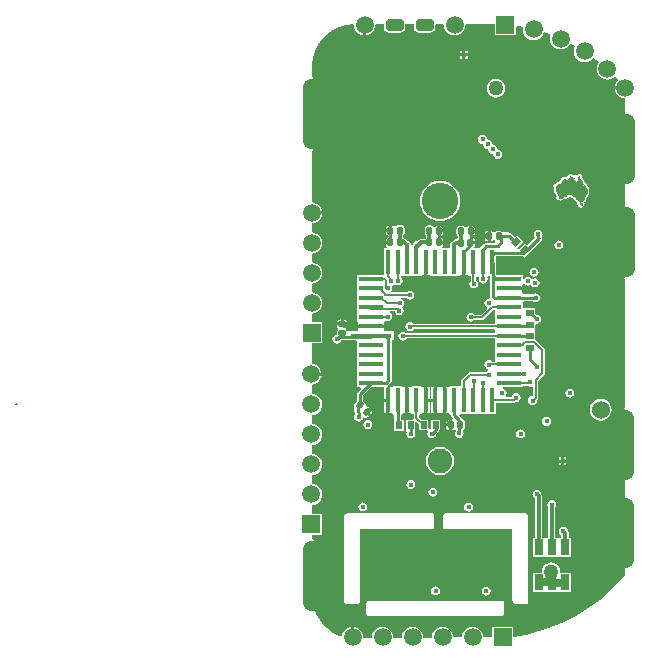
<source format=gtl>
G04 Layer_Physical_Order=1*
G04 Layer_Color=255*
%FSLAX44Y44*%
%MOMM*%
G71*
G01*
G75*
%ADD10C,0.1000*%
%ADD11R,0.7112X1.3208*%
G04:AMPARAMS|DCode=12|XSize=0.508mm|YSize=0.6096mm|CornerRadius=0mm|HoleSize=0mm|Usage=FLASHONLY|Rotation=270.010|XOffset=0mm|YOffset=0mm|HoleType=Round|Shape=Rectangle|*
%AMROTATEDRECTD12*
4,1,4,-0.3048,0.2540,0.3048,0.2541,0.3048,-0.2540,-0.3048,-0.2541,-0.3048,0.2540,0.0*
%
%ADD12ROTATEDRECTD12*%

G04:AMPARAMS|DCode=13|XSize=0.508mm|YSize=0.6096mm|CornerRadius=0mm|HoleSize=0mm|Usage=FLASHONLY|Rotation=0.002|XOffset=0mm|YOffset=0mm|HoleType=Round|Shape=Rectangle|*
%AMROTATEDRECTD13*
4,1,4,-0.2540,-0.3048,-0.2540,0.3048,0.2540,0.3048,0.2540,-0.3048,-0.2540,-0.3048,0.0*
%
%ADD13ROTATEDRECTD13*%

G04:AMPARAMS|DCode=14|XSize=0.508mm|YSize=0.6096mm|CornerRadius=0mm|HoleSize=0mm|Usage=FLASHONLY|Rotation=315.000|XOffset=0mm|YOffset=0mm|HoleType=Round|Shape=Rectangle|*
%AMROTATEDRECTD14*
4,1,4,-0.3951,-0.0359,0.0359,0.3951,0.3951,0.0359,-0.0359,-0.3951,-0.3951,-0.0359,0.0*
%
%ADD14ROTATEDRECTD14*%

%ADD15R,3.5052X0.4318*%
%ADD16R,2.0066X0.4318*%
%ADD17R,0.4318X2.0066*%
G04:AMPARAMS|DCode=18|XSize=0.508mm|YSize=0.6096mm|CornerRadius=0.127mm|HoleSize=0mm|Usage=FLASHONLY|Rotation=180.002|XOffset=0mm|YOffset=0mm|HoleType=Round|Shape=RoundedRectangle|*
%AMROUNDEDRECTD18*
21,1,0.5080,0.3556,0,0,180.0*
21,1,0.2540,0.6096,0,0,180.0*
1,1,0.2540,-0.1270,0.1778*
1,1,0.2540,0.1270,0.1778*
1,1,0.2540,0.1270,-0.1778*
1,1,0.2540,-0.1270,-0.1778*
%
%ADD18ROUNDEDRECTD18*%
G04:AMPARAMS|DCode=19|XSize=0.508mm|YSize=0.6096mm|CornerRadius=0.127mm|HoleSize=0mm|Usage=FLASHONLY|Rotation=180.018|XOffset=0mm|YOffset=0mm|HoleType=Round|Shape=RoundedRectangle|*
%AMROUNDEDRECTD19*
21,1,0.5080,0.3556,0,0,180.0*
21,1,0.2540,0.6096,0,0,180.0*
1,1,0.2540,-0.1271,0.1778*
1,1,0.2540,0.1269,0.1778*
1,1,0.2540,0.1271,-0.1778*
1,1,0.2540,-0.1269,-0.1778*
%
%ADD19ROUNDEDRECTD19*%
G04:AMPARAMS|DCode=20|XSize=0.508mm|YSize=0.6096mm|CornerRadius=0.127mm|HoleSize=0mm|Usage=FLASHONLY|Rotation=315.019|XOffset=0mm|YOffset=0mm|HoleType=Round|Shape=RoundedRectangle|*
%AMROUNDEDRECTD20*
21,1,0.5080,0.3556,0,0,315.0*
21,1,0.2540,0.6096,0,0,315.0*
1,1,0.2540,-0.0359,-0.2155*
1,1,0.2540,-0.2155,-0.0360*
1,1,0.2540,0.0359,0.2155*
1,1,0.2540,0.2155,0.0360*
%
%ADD20ROUNDEDRECTD20*%
G04:AMPARAMS|DCode=21|XSize=0.508mm|YSize=0.6096mm|CornerRadius=0.127mm|HoleSize=0mm|Usage=FLASHONLY|Rotation=90.000|XOffset=0mm|YOffset=0mm|HoleType=Round|Shape=RoundedRectangle|*
%AMROUNDEDRECTD21*
21,1,0.5080,0.3556,0,0,90.0*
21,1,0.2540,0.6096,0,0,90.0*
1,1,0.2540,0.1778,0.1270*
1,1,0.2540,0.1778,-0.1270*
1,1,0.2540,-0.1778,-0.1270*
1,1,0.2540,-0.1778,0.1270*
%
%ADD21ROUNDEDRECTD21*%
G04:AMPARAMS|DCode=22|XSize=0.508mm|YSize=0.6096mm|CornerRadius=0.127mm|HoleSize=0mm|Usage=FLASHONLY|Rotation=180.000|XOffset=0mm|YOffset=0mm|HoleType=Round|Shape=RoundedRectangle|*
%AMROUNDEDRECTD22*
21,1,0.5080,0.3556,0,0,180.0*
21,1,0.2540,0.6096,0,0,180.0*
1,1,0.2540,-0.1270,0.1778*
1,1,0.2540,0.1270,0.1778*
1,1,0.2540,0.1270,-0.1778*
1,1,0.2540,-0.1270,-0.1778*
%
%ADD22ROUNDEDRECTD22*%
%ADD23C,0.3000*%
%ADD24C,1.0000*%
%ADD25C,0.2540*%
%ADD26C,0.1270*%
%ADD27C,0.7000*%
%ADD28C,1.5240*%
%ADD29O,1.5240X6.0000*%
%ADD30C,2.0860*%
%ADD31C,3.0861*%
%ADD32R,1.5000X1.5000*%
%ADD33C,1.5000*%
%ADD34R,1.5000X1.5000*%
%ADD35R,0.4064X0.4064*%
%ADD36R,0.4064X0.4064*%
G04:AMPARAMS|DCode=37|XSize=1.5mm|YSize=1mm|CornerRadius=0.25mm|HoleSize=0mm|Usage=FLASHONLY|Rotation=180.000|XOffset=0mm|YOffset=0mm|HoleType=Round|Shape=RoundedRectangle|*
%AMROUNDEDRECTD37*
21,1,1.5000,0.5000,0,0,180.0*
21,1,1.0000,1.0000,0,0,180.0*
1,1,0.5000,-0.5000,0.2500*
1,1,0.5000,0.5000,0.2500*
1,1,0.5000,0.5000,-0.2500*
1,1,0.5000,-0.5000,-0.2500*
%
%ADD37ROUNDEDRECTD37*%
%ADD38C,0.4500*%
%ADD39C,1.2700*%
G36*
X2521778Y876927D02*
Y873800D01*
X2522088Y872239D01*
X2522972Y870916D01*
X2524295Y870032D01*
X2525856Y869722D01*
X2535856D01*
X2537417Y870032D01*
X2538740Y870916D01*
X2539624Y872239D01*
X2539934Y873800D01*
Y876927D01*
X2547178Y876927D01*
Y873800D01*
X2547488Y872239D01*
X2548372Y870916D01*
X2549695Y870032D01*
X2551256Y869722D01*
X2561256D01*
X2562817Y870032D01*
X2564140Y870916D01*
X2565024Y872239D01*
X2565334Y873800D01*
Y876006D01*
X2566236Y876901D01*
X2572094Y876857D01*
X2572578Y876300D01*
X2572888Y873951D01*
X2573795Y871761D01*
X2575237Y869881D01*
X2577117Y868438D01*
X2579307Y867532D01*
X2581656Y867222D01*
X2584005Y867532D01*
X2586195Y868438D01*
X2588075Y869881D01*
X2589518Y871761D01*
X2590424Y873951D01*
X2590734Y876300D01*
X2591100Y876714D01*
X2615540Y876530D01*
Y867462D01*
X2633540D01*
Y874411D01*
X2634490Y875253D01*
X2636631Y874993D01*
X2639713Y874354D01*
X2639472Y872523D01*
X2639781Y870173D01*
X2640688Y867984D01*
X2642130Y866104D01*
X2644010Y864661D01*
X2646200Y863754D01*
X2648549Y863445D01*
X2650899Y863754D01*
X2653088Y864661D01*
X2654968Y866104D01*
X2656411Y867984D01*
X2657227Y869954D01*
X2660205Y869073D01*
X2662282Y868264D01*
X2662781Y867096D01*
X2662749Y867018D01*
X2662439Y864668D01*
X2662749Y862319D01*
X2663655Y860129D01*
X2665098Y858249D01*
X2666978Y856807D01*
X2669167Y855900D01*
X2671517Y855591D01*
X2673866Y855900D01*
X2676056Y856807D01*
X2677936Y858249D01*
X2679378Y860129D01*
X2680178Y860432D01*
X2682411Y859339D01*
X2683994Y858402D01*
X2684019Y858271D01*
X2683112Y856082D01*
X2682803Y853732D01*
X2683112Y851383D01*
X2684019Y849194D01*
X2685462Y847314D01*
X2687342Y845871D01*
X2689531Y844964D01*
X2691880Y844655D01*
X2694230Y844964D01*
X2696419Y845871D01*
X2698299Y847314D01*
X2699245Y848546D01*
X2701870Y846697D01*
X2704272Y844688D01*
X2703321Y843449D01*
X2702414Y841260D01*
X2702105Y838910D01*
X2702414Y836561D01*
X2703321Y834371D01*
X2704763Y832491D01*
X2706644Y831049D01*
X2708833Y830142D01*
X2711182Y829832D01*
X2713532Y830142D01*
X2715721Y831049D01*
X2717601Y832491D01*
X2717717Y832499D01*
X2718977Y831262D01*
X2720046Y830043D01*
X2719967Y829247D01*
X2718562Y827415D01*
X2717678Y825282D01*
X2717544Y824262D01*
X2726222D01*
Y821722D01*
X2717544D01*
X2717678Y820703D01*
X2718562Y818569D01*
X2719967Y816737D01*
X2721799Y815332D01*
X2723933Y814448D01*
X2726222Y814147D01*
Y802683D01*
X2724369Y802439D01*
X2722207Y801543D01*
X2720350Y800118D01*
X2718925Y798261D01*
X2718029Y796099D01*
X2717723Y793778D01*
Y772668D01*
X2726690D01*
Y770128D01*
X2717723D01*
Y749018D01*
X2718029Y746697D01*
X2718925Y744535D01*
X2720350Y742678D01*
X2722207Y741253D01*
X2724369Y740357D01*
X2726222Y740113D01*
Y723656D01*
X2724623Y723445D01*
X2722461Y722549D01*
X2720604Y721124D01*
X2719178Y719267D01*
X2718283Y717105D01*
X2717977Y714784D01*
Y693674D01*
X2726944D01*
Y691134D01*
X2717977D01*
Y670024D01*
X2718283Y667703D01*
X2719178Y665541D01*
X2720604Y663684D01*
X2722461Y662259D01*
X2724623Y661363D01*
X2726222Y661152D01*
Y551828D01*
X2726182Y551793D01*
X2723861Y551487D01*
X2721699Y550591D01*
X2719842Y549166D01*
X2718417Y547309D01*
X2717521Y545147D01*
X2717215Y542826D01*
Y521716D01*
X2726182D01*
Y519176D01*
X2717215D01*
Y498066D01*
X2717521Y495745D01*
X2718417Y493583D01*
X2719842Y491726D01*
X2721699Y490301D01*
X2723861Y489405D01*
X2726182Y489099D01*
X2726222Y489064D01*
Y477660D01*
X2726182Y477625D01*
X2723861Y477319D01*
X2721699Y476423D01*
X2719842Y474998D01*
X2718417Y473141D01*
X2717521Y470979D01*
X2717215Y468658D01*
Y447548D01*
X2726182D01*
Y445008D01*
X2717215D01*
Y423898D01*
X2717521Y421577D01*
X2718417Y419415D01*
X2719842Y417558D01*
X2721699Y416133D01*
X2723861Y415237D01*
X2726182Y414931D01*
X2726222Y414896D01*
Y410992D01*
X2725694Y410464D01*
X2720537Y404343D01*
X2712834Y396551D01*
X2704538Y389333D01*
X2694724Y382073D01*
X2684397Y375688D01*
X2674653Y370683D01*
X2663461Y366014D01*
X2653063Y362618D01*
X2642348Y359994D01*
X2632263Y358354D01*
X2631296Y359177D01*
Y366632D01*
X2613296D01*
Y357901D01*
X2605946Y357842D01*
X2605664Y359981D01*
X2604757Y362171D01*
X2603315Y364051D01*
X2601435Y365494D01*
X2599246Y366400D01*
X2596896Y366710D01*
X2594547Y366400D01*
X2592357Y365494D01*
X2590477Y364051D01*
X2589034Y362171D01*
X2588128Y359981D01*
X2587827Y357698D01*
X2580573Y357640D01*
X2580264Y359981D01*
X2579358Y362171D01*
X2577915Y364051D01*
X2576035Y365494D01*
X2573846Y366400D01*
X2571496Y366710D01*
X2569146Y366400D01*
X2566957Y365494D01*
X2565077Y364051D01*
X2563635Y362171D01*
X2562728Y359981D01*
X2562419Y357632D01*
X2562298Y357494D01*
X2555345Y357438D01*
X2555174Y357632D01*
X2554864Y359981D01*
X2553958Y362171D01*
X2552515Y364051D01*
X2550635Y365494D01*
X2548445Y366400D01*
X2546096Y366710D01*
X2543746Y366400D01*
X2541557Y365494D01*
X2539677Y364051D01*
X2538235Y362171D01*
X2537328Y359981D01*
X2537018Y357632D01*
X2536720Y357289D01*
X2530123Y357237D01*
X2529774Y357632D01*
X2529464Y359981D01*
X2528557Y362171D01*
X2527115Y364051D01*
X2525235Y365494D01*
X2523046Y366400D01*
X2520696Y366710D01*
X2518347Y366400D01*
X2516157Y365494D01*
X2514277Y364051D01*
X2512834Y362171D01*
X2511928Y359981D01*
X2511618Y357632D01*
X2511143Y357085D01*
X2504671Y357033D01*
X2504142Y357632D01*
X2503840Y359921D01*
X2502957Y362055D01*
X2501551Y363887D01*
X2499719Y365293D01*
X2497585Y366176D01*
X2496566Y366311D01*
Y357632D01*
X2494026D01*
Y366311D01*
X2493007Y366176D01*
X2490873Y365293D01*
X2489041Y363887D01*
X2487635Y362055D01*
X2486752Y359921D01*
X2486684Y359404D01*
X2485628Y358699D01*
X2484074Y359115D01*
X2478544Y361693D01*
X2473547Y365193D01*
X2469233Y369507D01*
X2465733Y374504D01*
X2464207Y377778D01*
X2464667Y378962D01*
X2465489Y379303D01*
X2467346Y380728D01*
X2468771Y382585D01*
X2469667Y384747D01*
X2469973Y387068D01*
Y408178D01*
X2461006D01*
Y410718D01*
X2469973D01*
Y431828D01*
X2469667Y434149D01*
X2468771Y436311D01*
X2467346Y438168D01*
X2465489Y439593D01*
X2463327Y440489D01*
X2461044Y440790D01*
Y444390D01*
X2469498D01*
Y462390D01*
X2461044D01*
Y469784D01*
X2462847Y470022D01*
X2465037Y470928D01*
X2466917Y472371D01*
X2468360Y474251D01*
X2469266Y476441D01*
X2469576Y478790D01*
X2469266Y481139D01*
X2468360Y483329D01*
X2466917Y485209D01*
X2465037Y486651D01*
X2462847Y487558D01*
X2461044Y487796D01*
Y495184D01*
X2462847Y495422D01*
X2465037Y496329D01*
X2466917Y497771D01*
X2468360Y499651D01*
X2469266Y501841D01*
X2469576Y504190D01*
X2469266Y506539D01*
X2468360Y508729D01*
X2466917Y510609D01*
X2465037Y512052D01*
X2462847Y512958D01*
X2461044Y513196D01*
Y520584D01*
X2462847Y520822D01*
X2465037Y521729D01*
X2466917Y523171D01*
X2468360Y525051D01*
X2469266Y527240D01*
X2469576Y529590D01*
X2469266Y531940D01*
X2468360Y534129D01*
X2466917Y536009D01*
X2465037Y537452D01*
X2462847Y538358D01*
X2461044Y538596D01*
Y545984D01*
X2462847Y546222D01*
X2465037Y547128D01*
X2466917Y548571D01*
X2468360Y550451D01*
X2469266Y552640D01*
X2469576Y554990D01*
X2469266Y557340D01*
X2468360Y559529D01*
X2466917Y561409D01*
X2465037Y562851D01*
X2462847Y563758D01*
X2461044Y563996D01*
Y571616D01*
X2462787Y571846D01*
X2464921Y572729D01*
X2466753Y574135D01*
X2468159Y575967D01*
X2469042Y578101D01*
X2469176Y579120D01*
X2460498D01*
Y581660D01*
X2469176D01*
X2469042Y582679D01*
X2468159Y584813D01*
X2466753Y586645D01*
X2464921Y588051D01*
X2462787Y588934D01*
X2461044Y589164D01*
Y606442D01*
X2469752D01*
Y624442D01*
X2461044D01*
Y631803D01*
X2463102Y632074D01*
X2465291Y632980D01*
X2467171Y634423D01*
X2468613Y636303D01*
X2469520Y638493D01*
X2469830Y640842D01*
X2469520Y643192D01*
X2468613Y645381D01*
X2467171Y647261D01*
X2465291Y648704D01*
X2463102Y649610D01*
X2461044Y649881D01*
Y657203D01*
X2463102Y657474D01*
X2465291Y658381D01*
X2467171Y659823D01*
X2468613Y661703D01*
X2469520Y663893D01*
X2469830Y666242D01*
X2469520Y668592D01*
X2468613Y670781D01*
X2467171Y672661D01*
X2465291Y674103D01*
X2463102Y675010D01*
X2461044Y675281D01*
Y682603D01*
X2463102Y682874D01*
X2465291Y683781D01*
X2467171Y685223D01*
X2468613Y687103D01*
X2469520Y689293D01*
X2469830Y691642D01*
X2469520Y693991D01*
X2468613Y696181D01*
X2467171Y698061D01*
X2465291Y699503D01*
X2463102Y700410D01*
X2461044Y700681D01*
Y708235D01*
X2463041Y708498D01*
X2465175Y709381D01*
X2467007Y710787D01*
X2468413Y712619D01*
X2469296Y714753D01*
X2469431Y715772D01*
X2460752D01*
Y718312D01*
X2469431D01*
X2469296Y719331D01*
X2468413Y721465D01*
X2467007Y723297D01*
X2465175Y724703D01*
X2463041Y725586D01*
X2461044Y725849D01*
Y769774D01*
X2463327Y770075D01*
X2465489Y770971D01*
X2467346Y772396D01*
X2468771Y774253D01*
X2469667Y776415D01*
X2469973Y778736D01*
Y799846D01*
X2461006D01*
Y802386D01*
X2469973D01*
Y823496D01*
X2469667Y825817D01*
X2468771Y827979D01*
X2467346Y829836D01*
X2465489Y831261D01*
X2463327Y832157D01*
X2461044Y832458D01*
Y841927D01*
X2461576Y848005D01*
X2463155Y853898D01*
X2465733Y859427D01*
X2469233Y864425D01*
X2473547Y868739D01*
X2478544Y872238D01*
X2484074Y874816D01*
X2489967Y876395D01*
X2495405Y876871D01*
X2496610Y876300D01*
X2496912Y874011D01*
X2497795Y871877D01*
X2499201Y870045D01*
X2501033Y868639D01*
X2503167Y867756D01*
X2504186Y867622D01*
Y876300D01*
X2506726D01*
Y867622D01*
X2507745Y867756D01*
X2509879Y868639D01*
X2511711Y870045D01*
X2513117Y871877D01*
X2514000Y874011D01*
X2514302Y876300D01*
X2514852Y876927D01*
X2521778Y876927D01*
D02*
G37*
%LPC*%
G36*
X2637536Y533667D02*
X2636073Y533376D01*
X2634832Y532548D01*
X2634004Y531307D01*
X2633712Y529844D01*
X2634004Y528381D01*
X2634832Y527140D01*
X2636073Y526312D01*
X2637536Y526021D01*
X2638999Y526312D01*
X2640240Y527140D01*
X2641068Y528381D01*
X2641359Y529844D01*
X2641068Y531307D01*
X2640240Y532548D01*
X2638999Y533376D01*
X2637536Y533667D01*
D02*
G37*
G36*
X2577148Y536446D02*
X2574559Y536446D01*
X2574559Y535938D01*
X2574756Y534947D01*
X2575318Y534107D01*
X2576158Y533545D01*
X2577149Y533349D01*
X2577148Y536446D01*
D02*
G37*
G36*
X2508250Y541541D02*
X2506787Y541250D01*
X2505546Y540422D01*
X2504718Y539181D01*
X2504427Y537718D01*
X2504718Y536255D01*
X2505546Y535014D01*
X2506787Y534186D01*
X2508250Y533895D01*
X2509713Y534186D01*
X2510954Y535014D01*
X2511782Y536255D01*
X2512073Y537718D01*
X2511782Y539181D01*
X2510954Y540422D01*
X2509713Y541250D01*
X2508250Y541541D01*
D02*
G37*
G36*
X2676398Y505460D02*
X2674366D01*
Y503428D01*
X2676398D01*
Y505460D01*
D02*
G37*
G36*
X2671826Y510032D02*
X2669794D01*
Y508000D01*
X2671826D01*
Y510032D01*
D02*
G37*
G36*
X2676398D02*
X2674366D01*
Y508000D01*
X2676398D01*
Y510032D01*
D02*
G37*
G36*
X2511255Y550544D02*
X2509065Y548353D01*
X2510897Y546522D01*
X2511256Y546882D01*
X2511817Y547722D01*
X2512014Y548713D01*
X2511817Y549704D01*
X2511255Y550544D01*
D02*
G37*
G36*
X2490774Y621728D02*
X2486406D01*
X2482038D01*
X2482235Y620737D01*
X2482794Y619901D01*
X2482797Y619897D01*
X2482792Y618373D01*
X2482631Y618265D01*
X2482019Y617349D01*
X2481804Y616268D01*
Y613875D01*
X2480625Y613640D01*
X2479384Y612812D01*
X2478556Y611571D01*
X2478265Y610108D01*
X2478556Y608645D01*
X2479384Y607404D01*
X2480625Y606576D01*
X2482088Y606285D01*
X2483551Y606576D01*
X2484792Y607404D01*
X2485620Y608645D01*
X2485779Y609443D01*
X2492018D01*
Y609307D01*
X2498524D01*
X2499511Y608625D01*
X2499511Y608037D01*
X2499511Y600966D01*
X2499511Y600037D01*
X2499511Y592966D01*
X2499511Y592037D01*
X2499511Y584966D01*
X2499511Y584037D01*
X2499511Y576966D01*
X2499511Y576037D01*
Y569307D01*
X2501732D01*
X2502218Y568134D01*
X2499614Y565530D01*
X2499001Y564614D01*
X2498786Y563533D01*
X2498786Y563533D01*
Y556973D01*
X2497458Y555644D01*
X2496846Y554728D01*
X2496631Y553647D01*
X2496847Y552566D01*
X2496881Y552515D01*
X2496871Y552421D01*
X2496790Y552011D01*
X2496816Y551877D01*
X2496803Y551741D01*
X2497329Y546257D01*
X2496844Y545531D01*
X2496553Y544068D01*
X2496844Y542605D01*
X2497672Y541364D01*
X2498913Y540536D01*
X2500376Y540245D01*
X2501839Y540536D01*
X2503080Y541364D01*
X2503908Y542605D01*
X2504097Y543553D01*
X2504375Y543782D01*
X2505296Y544137D01*
X2505411Y544144D01*
X2505921Y543804D01*
X2506912Y543607D01*
X2507903Y543805D01*
X2508743Y544366D01*
X2509102Y544726D01*
X2506372Y547454D01*
X2507269Y548353D01*
X2506371Y549250D01*
X2509458Y552340D01*
D01*
X2508618Y552901D01*
X2507632Y553097D01*
X2507627Y553098D01*
X2506552Y554179D01*
X2506590Y554368D01*
X2506375Y555449D01*
X2505762Y556365D01*
X2504435Y557692D01*
Y562363D01*
X2511379Y569307D01*
X2521540D01*
X2521839Y569307D01*
X2521839Y568905D01*
Y559836D01*
X2525268D01*
Y558566D01*
X2526538D01*
Y547263D01*
X2528562Y547263D01*
X2529737Y547033D01*
X2530572Y546053D01*
Y541758D01*
X2530452D01*
X2530452Y532662D01*
X2538532Y532662D01*
X2538532Y541758D01*
X2537118Y541758D01*
X2536220Y542656D01*
Y546198D01*
X2537055Y547033D01*
X2538230Y547263D01*
X2540000D01*
Y558566D01*
Y569869D01*
X2538230D01*
X2537055Y570099D01*
X2536666Y570099D01*
X2529872D01*
X2529737Y570099D01*
X2528562Y569869D01*
X2528467Y569869D01*
X2526069D01*
X2525729Y570453D01*
X2525599Y571139D01*
X2527519Y573059D01*
X2527519Y573059D01*
X2528131Y573975D01*
X2528346Y575056D01*
X2528346Y575056D01*
Y609307D01*
X2530070D01*
Y616625D01*
X2523057D01*
X2522347Y617601D01*
X2522347Y617895D01*
Y619760D01*
X2511044D01*
X2499741D01*
Y617895D01*
X2499741Y617601D01*
X2499031Y616625D01*
X2492018D01*
X2492018Y616625D01*
X2490876Y616934D01*
X2490793Y617349D01*
X2490181Y618265D01*
X2490020Y618373D01*
X2490015Y619897D01*
X2490018Y619901D01*
X2490577Y620737D01*
X2490774Y621728D01*
D01*
D02*
G37*
G36*
X2523998Y557296D02*
X2521839D01*
Y547263D01*
X2523998D01*
Y557296D01*
D02*
G37*
G36*
X2659634Y544335D02*
X2658171Y544044D01*
X2656931Y543216D01*
X2656102Y541975D01*
X2655811Y540512D01*
X2656102Y539049D01*
X2656931Y537808D01*
X2658171Y536980D01*
X2659634Y536689D01*
X2661097Y536980D01*
X2662338Y537808D01*
X2663167Y539049D01*
X2663457Y540512D01*
X2663167Y541975D01*
X2662338Y543216D01*
X2661097Y544044D01*
X2659634Y544335D01*
D02*
G37*
G36*
X2577147Y542084D02*
D01*
X2576156Y541887D01*
X2575316Y541325D01*
X2574755Y540485D01*
X2574558Y539494D01*
X2574558Y538986D01*
X2577148Y538986D01*
X2577147Y542084D01*
D02*
G37*
G36*
X2705608Y559617D02*
X2703227Y559303D01*
X2701009Y558384D01*
X2699103Y556922D01*
X2697642Y555017D01*
X2696723Y552799D01*
X2696409Y550418D01*
X2696723Y548037D01*
X2697642Y545819D01*
X2699103Y543913D01*
X2701009Y542452D01*
X2703227Y541533D01*
X2705608Y541219D01*
X2707989Y541533D01*
X2710207Y542452D01*
X2712112Y543913D01*
X2713574Y545819D01*
X2714493Y548037D01*
X2714807Y550418D01*
X2714493Y552799D01*
X2713574Y555017D01*
X2712112Y556922D01*
X2710207Y558384D01*
X2707989Y559303D01*
X2705608Y559617D01*
D02*
G37*
G36*
X2671826Y505460D02*
X2669794D01*
Y503428D01*
X2671826D01*
Y505460D01*
D02*
G37*
G36*
X2608580Y400571D02*
X2607117Y400280D01*
X2605876Y399452D01*
X2605048Y398211D01*
X2604756Y396748D01*
X2605048Y395285D01*
X2605876Y394044D01*
X2607117Y393216D01*
X2608580Y392925D01*
X2610043Y393216D01*
X2611284Y394044D01*
X2612112Y395285D01*
X2612403Y396748D01*
X2612112Y398211D01*
X2611284Y399452D01*
X2610043Y400280D01*
X2608580Y400571D01*
D02*
G37*
G36*
X2565654Y400825D02*
X2564191Y400534D01*
X2562950Y399706D01*
X2562122Y398465D01*
X2561831Y397002D01*
X2562122Y395539D01*
X2562950Y394298D01*
X2564191Y393470D01*
X2565654Y393179D01*
X2567117Y393470D01*
X2568358Y394298D01*
X2569186Y395539D01*
X2569478Y397002D01*
X2569186Y398465D01*
X2568358Y399706D01*
X2567117Y400534D01*
X2565654Y400825D01*
D02*
G37*
G36*
X2663444Y421176D02*
X2661395Y420906D01*
X2659485Y420115D01*
X2657845Y418857D01*
X2656587Y417217D01*
X2655796Y415307D01*
X2655526Y413258D01*
X2655537Y413173D01*
X2654700Y412218D01*
X2647989D01*
Y404325D01*
X2647947Y404114D01*
X2647989Y403903D01*
Y396010D01*
X2658101D01*
Y396010D01*
X2658989D01*
Y396010D01*
X2669101D01*
Y396010D01*
X2670165D01*
Y396010D01*
X2680277D01*
Y403903D01*
X2680319Y404114D01*
X2680277Y404325D01*
Y412218D01*
X2672188D01*
X2671350Y413173D01*
X2671362Y413258D01*
X2671092Y415307D01*
X2670301Y417217D01*
X2669043Y418857D01*
X2667403Y420115D01*
X2665493Y420906D01*
X2663444Y421176D01*
D02*
G37*
G36*
X2622042Y388720D02*
X2508758D01*
X2507610Y388244D01*
X2507356Y387990D01*
X2506880Y386842D01*
Y377444D01*
X2507356Y376296D01*
X2508504Y375820D01*
X2622042D01*
X2623190Y376296D01*
X2623665Y377444D01*
Y387096D01*
X2623190Y388244D01*
X2622042Y388720D01*
D02*
G37*
G36*
X2562860Y462634D02*
X2490724D01*
X2489576Y462158D01*
X2488306Y460888D01*
X2487830Y459740D01*
Y387604D01*
X2488306Y386456D01*
X2489454Y385980D01*
X2499614D01*
X2500762Y386456D01*
X2501270Y386964D01*
X2501746Y388112D01*
Y448972D01*
X2562860D01*
X2564008Y449448D01*
X2564484Y450596D01*
Y461010D01*
X2564008Y462158D01*
X2562860Y462634D01*
D02*
G37*
G36*
X2641600D02*
X2573782D01*
X2572634Y462158D01*
X2572159Y461010D01*
Y450596D01*
X2572634Y449448D01*
X2573782Y448972D01*
X2630324D01*
Y389128D01*
X2630800Y387980D01*
X2632070Y386710D01*
X2633218Y386234D01*
X2642616D01*
X2643764Y386710D01*
X2644240Y387858D01*
Y459994D01*
X2643764Y461142D01*
X2642748Y462158D01*
X2641600Y462634D01*
D02*
G37*
G36*
X2563368Y484391D02*
X2561905Y484100D01*
X2560664Y483272D01*
X2559836Y482031D01*
X2559545Y480568D01*
X2559836Y479105D01*
X2560664Y477864D01*
X2561905Y477036D01*
X2563368Y476745D01*
X2564831Y477036D01*
X2566071Y477864D01*
X2566900Y479105D01*
X2567191Y480568D01*
X2566900Y482031D01*
X2566071Y483272D01*
X2564831Y484100D01*
X2563368Y484391D01*
D02*
G37*
G36*
X2544572Y490741D02*
X2543109Y490450D01*
X2541868Y489622D01*
X2541040Y488381D01*
X2540749Y486918D01*
X2541040Y485455D01*
X2541868Y484214D01*
X2543109Y483386D01*
X2544572Y483095D01*
X2546035Y483386D01*
X2547276Y484214D01*
X2548104Y485455D01*
X2548395Y486918D01*
X2548104Y488381D01*
X2547276Y489622D01*
X2546035Y490450D01*
X2544572Y490741D01*
D02*
G37*
G36*
X2569464Y518999D02*
X2566349Y518589D01*
X2563447Y517387D01*
X2560955Y515475D01*
X2559043Y512982D01*
X2557841Y510080D01*
X2557431Y506966D01*
X2557841Y503852D01*
X2559043Y500950D01*
X2560955Y498457D01*
X2563447Y496545D01*
X2566349Y495343D01*
X2569464Y494933D01*
X2572578Y495343D01*
X2575480Y496545D01*
X2577972Y498457D01*
X2579885Y500950D01*
X2581087Y503852D01*
X2581497Y506966D01*
X2581087Y510080D01*
X2579885Y512982D01*
X2577972Y515475D01*
X2575480Y517387D01*
X2572578Y518589D01*
X2569464Y518999D01*
D02*
G37*
G36*
X2651506Y482613D02*
X2650043Y482322D01*
X2648802Y481494D01*
X2647974Y480253D01*
X2647682Y478790D01*
X2647974Y477327D01*
X2648802Y476086D01*
X2649986Y475295D01*
Y441954D01*
X2647989D01*
Y425746D01*
X2657719D01*
X2658989Y425746D01*
X2659371Y425746D01*
X2668895D01*
X2669101Y425746D01*
X2670165D01*
X2670371Y425746D01*
X2680277D01*
Y441954D01*
X2678280D01*
Y446185D01*
X2678280Y446185D01*
X2678047Y447356D01*
X2677581Y448053D01*
X2677390Y449011D01*
X2676562Y450252D01*
X2675321Y451080D01*
X2673858Y451371D01*
X2672395Y451080D01*
X2671154Y450252D01*
X2670326Y449011D01*
X2670034Y447548D01*
X2670326Y446085D01*
X2671154Y444844D01*
X2672162Y444171D01*
Y441954D01*
X2670371D01*
X2670165Y441954D01*
X2669101D01*
X2668895Y441954D01*
X2667104D01*
Y467821D01*
X2667578Y468530D01*
X2667868Y469993D01*
X2667578Y471456D01*
X2666749Y472697D01*
X2665508Y473525D01*
X2664045Y473816D01*
X2662582Y473525D01*
X2661341Y472697D01*
X2660513Y471456D01*
X2660222Y469993D01*
X2660513Y468530D01*
X2660986Y467821D01*
Y442852D01*
X2660088Y441954D01*
X2658101Y441954D01*
X2657719Y441954D01*
X2656104D01*
Y477251D01*
X2656104Y477251D01*
X2655871Y478422D01*
X2655208Y479414D01*
X2655208Y479414D01*
X2655205Y479417D01*
X2655038Y480253D01*
X2654210Y481494D01*
X2652969Y482322D01*
X2651506Y482613D01*
D02*
G37*
G36*
X2593594Y471691D02*
X2592131Y471400D01*
X2590891Y470572D01*
X2590062Y469331D01*
X2589771Y467868D01*
X2590062Y466405D01*
X2590891Y465164D01*
X2592131Y464336D01*
X2593594Y464045D01*
X2595057Y464336D01*
X2596298Y465164D01*
X2597126Y466405D01*
X2597417Y467868D01*
X2597126Y469331D01*
X2596298Y470572D01*
X2595057Y471400D01*
X2593594Y471691D01*
D02*
G37*
G36*
X2503932Y471945D02*
X2502469Y471654D01*
X2501228Y470826D01*
X2500400Y469585D01*
X2500109Y468122D01*
X2500400Y466659D01*
X2501228Y465418D01*
X2502469Y464590D01*
X2503932Y464299D01*
X2505395Y464590D01*
X2506636Y465418D01*
X2507464Y466659D01*
X2507755Y468122D01*
X2507464Y469585D01*
X2506636Y470826D01*
X2505395Y471654D01*
X2503932Y471945D01*
D02*
G37*
G36*
X2570035Y569869D02*
X2568829D01*
X2568765Y569869D01*
X2566670D01*
Y558566D01*
Y547263D01*
X2568765D01*
X2568829Y547263D01*
X2570035D01*
X2570099Y547263D01*
X2572194D01*
Y558566D01*
Y569869D01*
X2570099D01*
X2570035Y569869D01*
D02*
G37*
G36*
X2536634Y706658D02*
X2534094D01*
X2533013Y706443D01*
X2532097Y705831D01*
X2531989Y705670D01*
X2530465Y705665D01*
X2530461Y705668D01*
X2529625Y706227D01*
X2528634Y706424D01*
D01*
Y702056D01*
X2527364D01*
Y700786D01*
X2523504D01*
Y700278D01*
X2523701Y699287D01*
X2524263Y698447D01*
X2525103Y697885D01*
X2525782Y697750D01*
X2525782Y696456D01*
X2525103Y696320D01*
X2524263Y695759D01*
X2523701Y694919D01*
X2523504Y693928D01*
X2523504Y693420D01*
X2527364Y693420D01*
X2527364Y690880D01*
X2523504Y690880D01*
X2523504Y690372D01*
X2523701Y689381D01*
X2524263Y688540D01*
X2524789Y688189D01*
X2524419Y686919D01*
X2521609D01*
Y664821D01*
X2499511D01*
Y657503D01*
X2499511D01*
Y656693D01*
X2499511D01*
Y650089D01*
X2499511Y649375D01*
X2499511D01*
Y648819D01*
X2499511D01*
Y641961D01*
X2499511Y641501D01*
X2499511D01*
Y640691D01*
X2499511D01*
Y634087D01*
X2499511Y633373D01*
X2499511Y632103D01*
Y625634D01*
X2499511Y625499D01*
X2499741Y624324D01*
X2499741Y624229D01*
Y622300D01*
X2511044D01*
X2522347D01*
X2522347Y624324D01*
X2522577Y625499D01*
X2523847Y625567D01*
X2525014Y625335D01*
X2526477Y625626D01*
X2527718Y626454D01*
X2528546Y627695D01*
X2528837Y629158D01*
X2528546Y630621D01*
X2527718Y631862D01*
X2526759Y632502D01*
X2527053Y633772D01*
X2530935D01*
X2531134Y632775D01*
X2531962Y631534D01*
X2533203Y630706D01*
X2534666Y630415D01*
X2536129Y630706D01*
X2537370Y631534D01*
X2538198Y632775D01*
X2538489Y634238D01*
X2538198Y635701D01*
X2537370Y636942D01*
Y637291D01*
X2537878Y637630D01*
X2538706Y638871D01*
X2538997Y640334D01*
X2538706Y641797D01*
X2537878Y643038D01*
X2536637Y643866D01*
X2535970Y643999D01*
X2536095Y645269D01*
X2540755D01*
X2541106Y644742D01*
X2542347Y643914D01*
X2543810Y643623D01*
X2545273Y643914D01*
X2546514Y644742D01*
X2547342Y645983D01*
X2547633Y647446D01*
X2547342Y648909D01*
X2546514Y650150D01*
X2545273Y650978D01*
X2543810Y651269D01*
X2542347Y650978D01*
X2541106Y650150D01*
X2540755Y649623D01*
X2528486D01*
X2528309Y649845D01*
X2527924Y650893D01*
X2528546Y651825D01*
X2528837Y653288D01*
X2528546Y654751D01*
X2529469Y655656D01*
X2530608Y656417D01*
X2530674Y656517D01*
X2531200Y656934D01*
X2532441Y656106D01*
X2533904Y655815D01*
X2535367Y656106D01*
X2536608Y656934D01*
X2537436Y658175D01*
X2537727Y659638D01*
X2537436Y661101D01*
X2536608Y662342D01*
X2536246Y662583D01*
X2536266Y663853D01*
X2537055Y663853D01*
X2538325Y663853D01*
X2544469D01*
X2545739Y663853D01*
X2546199Y663853D01*
X2552668D01*
X2553057Y663853D01*
X2554232Y664083D01*
X2556002D01*
Y675386D01*
X2558542D01*
Y664083D01*
X2560566D01*
X2561741Y663853D01*
X2561876Y663853D01*
X2568535D01*
X2569805Y663853D01*
X2570329Y663853D01*
X2577464Y663853D01*
X2578393Y663853D01*
X2584860D01*
X2585123Y663853D01*
X2586298Y664083D01*
X2588194D01*
Y675386D01*
X2590734D01*
Y664083D01*
X2592630D01*
X2593805Y663853D01*
X2594017Y663853D01*
X2595287Y663731D01*
Y659600D01*
X2595208Y659548D01*
X2594380Y658307D01*
X2594089Y656844D01*
X2594380Y655381D01*
X2595208Y654140D01*
X2596449Y653312D01*
X2597912Y653021D01*
X2599375Y653312D01*
X2600616Y654140D01*
X2601444Y655381D01*
X2601736Y656844D01*
X2601444Y658307D01*
X2600616Y659548D01*
X2599641Y660199D01*
Y662955D01*
X2600539Y663853D01*
X2601970Y663853D01*
X2602649Y662583D01*
X2602508Y662371D01*
X2602216Y660908D01*
X2602508Y659445D01*
X2603336Y658204D01*
X2604577Y657376D01*
X2606040Y657085D01*
X2607503Y657376D01*
X2608744Y658204D01*
X2609572Y659445D01*
X2609863Y660908D01*
X2609572Y662371D01*
X2609364Y662683D01*
X2609330Y662851D01*
X2610110Y663853D01*
X2610203D01*
X2611344Y663448D01*
X2611344Y663448D01*
Y646430D01*
X2611344Y646430D01*
X2611513Y645578D01*
X2611146Y644916D01*
X2611069Y644804D01*
X2610682Y644375D01*
X2609403Y644120D01*
X2608163Y643292D01*
X2607334Y642051D01*
X2607043Y640588D01*
X2607334Y639125D01*
X2608163Y637884D01*
X2608958Y637353D01*
X2609284Y635883D01*
X2604228Y630827D01*
X2598427D01*
X2598076Y631354D01*
X2596835Y632182D01*
X2595372Y632473D01*
X2593909Y632182D01*
X2592668Y631354D01*
X2591840Y630113D01*
X2591548Y628650D01*
X2591840Y627187D01*
X2592668Y625946D01*
X2593909Y625118D01*
X2595372Y624827D01*
X2596835Y625118D01*
X2598076Y625946D01*
X2598427Y626473D01*
X2605129D01*
X2605963Y626639D01*
X2606669Y627111D01*
X2614236Y634678D01*
X2615610D01*
X2616331Y633957D01*
Y633373D01*
X2616331Y632103D01*
X2616331Y624477D01*
X2615733Y623207D01*
X2546696D01*
X2546514Y623480D01*
X2545273Y624308D01*
X2543810Y624599D01*
X2542347Y624308D01*
X2541106Y623480D01*
X2540278Y622239D01*
X2539987Y620776D01*
X2540278Y619313D01*
X2541106Y618072D01*
X2542347Y617244D01*
X2543810Y616953D01*
X2545273Y617244D01*
X2546514Y618072D01*
X2547035Y618853D01*
X2615433D01*
X2616331Y617955D01*
X2616331Y616413D01*
X2615578Y615143D01*
X2540811D01*
X2540672Y615352D01*
X2539431Y616180D01*
X2537968Y616471D01*
X2536505Y616180D01*
X2535264Y615352D01*
X2534436Y614111D01*
X2534145Y612648D01*
X2534436Y611185D01*
X2535264Y609944D01*
X2536505Y609116D01*
X2537968Y608825D01*
X2539431Y609116D01*
X2540672Y609944D01*
X2541236Y610789D01*
X2616331D01*
Y609307D01*
X2616331D01*
Y608625D01*
X2616331D01*
X2616331Y600966D01*
X2616331Y600037D01*
X2616331Y592966D01*
X2616331Y592041D01*
X2615433Y591143D01*
X2613622D01*
X2613570Y591222D01*
X2612329Y592050D01*
X2610866Y592341D01*
X2609403Y592050D01*
X2608163Y591222D01*
X2607334Y589981D01*
X2607043Y588518D01*
X2607334Y587055D01*
X2608163Y585814D01*
X2609403Y584986D01*
X2610097Y584847D01*
Y583553D01*
X2609403Y583414D01*
X2608163Y582586D01*
X2607810Y582059D01*
X2594356D01*
X2593523Y581893D01*
X2592817Y581421D01*
X2587925Y576529D01*
X2587453Y575823D01*
X2587287Y574990D01*
Y570997D01*
X2586389Y570099D01*
X2585464Y570099D01*
X2584535Y570099D01*
X2578068D01*
X2577805Y570099D01*
X2576630Y569869D01*
X2574734D01*
Y558566D01*
Y547263D01*
X2576630D01*
X2577805Y547033D01*
X2577893D01*
X2578640Y546038D01*
X2578855Y544957D01*
X2579467Y544041D01*
X2580237Y543270D01*
X2579749Y542219D01*
X2579687Y542151D01*
X2579688Y537717D01*
X2579689Y533349D01*
D01*
X2580680Y533547D01*
X2581461Y534068D01*
X2582310Y533694D01*
X2582581Y532405D01*
X2582188Y531815D01*
X2581897Y530352D01*
X2582188Y528889D01*
X2583016Y527648D01*
X2584257Y526820D01*
X2585720Y526529D01*
X2587183Y526820D01*
X2588423Y527648D01*
X2589252Y528889D01*
X2589543Y530352D01*
X2589252Y531815D01*
X2589055Y532111D01*
X2588770Y533333D01*
X2589686Y533945D01*
X2590298Y534862D01*
X2590513Y535942D01*
X2590512Y539498D01*
X2590296Y540579D01*
X2589684Y541495D01*
X2588767Y542107D01*
X2588468Y542167D01*
X2588329Y542863D01*
X2587717Y543779D01*
X2585682Y545814D01*
X2586259Y547033D01*
X2593123D01*
Y547033D01*
X2593805D01*
Y547033D01*
X2601123D01*
Y547033D01*
X2601805D01*
Y547033D01*
X2609464Y547033D01*
X2610393Y547033D01*
X2617123D01*
Y556389D01*
X2631968D01*
X2632801Y556555D01*
X2633302Y556889D01*
X2633980Y556755D01*
X2635443Y557046D01*
X2636684Y557874D01*
X2637513Y559115D01*
X2637803Y560578D01*
X2637513Y562041D01*
X2636684Y563282D01*
X2635443Y564110D01*
X2633980Y564401D01*
X2632517Y564110D01*
X2631277Y563282D01*
X2630448Y562041D01*
X2630190Y560743D01*
X2625528D01*
X2625381Y560919D01*
X2624965Y562013D01*
X2625574Y562925D01*
X2625865Y564388D01*
X2625574Y565851D01*
X2624745Y567092D01*
X2623505Y567920D01*
X2622919Y568037D01*
X2623044Y569307D01*
X2639397D01*
Y570789D01*
X2643653D01*
X2644455Y570254D01*
X2645918Y569963D01*
X2646856Y570149D01*
X2648126Y569340D01*
Y562215D01*
X2647696Y561861D01*
X2646233Y561570D01*
X2644992Y560742D01*
X2644164Y559501D01*
X2643873Y558038D01*
X2644164Y556575D01*
X2644992Y555334D01*
X2646233Y554506D01*
X2647696Y554215D01*
X2649159Y554506D01*
X2650399Y555334D01*
X2651228Y556575D01*
X2651519Y558038D01*
X2651438Y558447D01*
X2651842Y558852D01*
X2652314Y559558D01*
X2652480Y560391D01*
Y574662D01*
X2657430Y579613D01*
X2657902Y580319D01*
X2658068Y581152D01*
Y600869D01*
X2657902Y601702D01*
X2657430Y602408D01*
X2650628Y609211D01*
X2649922Y609683D01*
X2649704Y609726D01*
X2649702Y616991D01*
X2649706Y618261D01*
X2649706Y618385D01*
X2649705Y622315D01*
X2650975Y623358D01*
X2651252Y623303D01*
X2652715Y623594D01*
X2653956Y624422D01*
X2654785Y625663D01*
X2655075Y627126D01*
X2654785Y628589D01*
X2653956Y629830D01*
X2652715Y630658D01*
X2651465Y630907D01*
X2649703Y632669D01*
X2649702Y636421D01*
X2640667Y636419D01*
X2639397Y636565D01*
Y640691D01*
X2639397D01*
Y641066D01*
X2640321Y642336D01*
X2647713D01*
X2648773Y641628D01*
X2650236Y641337D01*
X2651699Y641628D01*
X2652939Y642456D01*
X2653768Y643697D01*
X2654059Y645160D01*
X2653768Y646623D01*
X2652939Y647864D01*
X2651699Y648692D01*
X2650236Y648983D01*
X2648773Y648692D01*
X2647713Y647984D01*
X2640321D01*
X2639397Y648819D01*
X2639167Y649605D01*
X2639167D01*
X2639167Y649605D01*
Y651764D01*
X2627864D01*
Y654304D01*
X2639167D01*
Y656268D01*
X2639524Y656812D01*
X2640956Y656765D01*
X2641182Y656426D01*
X2642423Y655598D01*
X2643886Y655307D01*
X2645349Y655598D01*
X2646479Y656353D01*
X2647278Y655156D01*
X2648519Y654328D01*
X2649982Y654037D01*
X2651445Y654328D01*
X2652686Y655156D01*
X2653514Y656397D01*
X2653806Y657860D01*
X2653514Y659323D01*
X2652686Y660564D01*
X2651445Y661392D01*
X2649982Y661683D01*
X2648519Y661392D01*
X2647389Y660637D01*
X2646590Y661834D01*
X2645349Y662662D01*
X2643886Y662953D01*
X2642423Y662662D01*
X2641182Y661834D01*
X2640667Y661062D01*
X2639397Y661447D01*
Y664821D01*
X2617123D01*
Y680436D01*
X2639132D01*
X2639132Y680436D01*
X2639453Y680499D01*
X2640769Y679183D01*
X2647201Y685615D01*
X2647194Y685622D01*
X2655027Y693455D01*
X2655639Y694371D01*
X2655854Y695452D01*
X2655639Y696533D01*
X2655594Y696601D01*
X2656054Y697291D01*
X2656346Y698754D01*
X2656054Y700217D01*
X2655226Y701458D01*
X2653985Y702286D01*
X2652522Y702577D01*
X2651059Y702286D01*
X2649818Y701458D01*
X2648990Y700217D01*
X2648699Y698754D01*
X2648990Y697291D01*
X2649698Y696231D01*
Y696114D01*
X2643200Y689616D01*
X2641487Y691329D01*
X2636384Y686225D01*
X2635316Y686346D01*
X2634854Y687524D01*
X2640073Y692743D01*
X2634360Y698456D01*
X2632760Y696856D01*
X2629881Y699735D01*
X2628965Y700347D01*
X2627884Y700562D01*
X2627884Y700562D01*
X2622663D01*
X2622197Y701259D01*
X2621281Y701871D01*
X2620200Y702086D01*
X2617660D01*
X2616579Y701871D01*
X2615663Y701259D01*
X2615555Y701098D01*
X2614031Y701093D01*
X2614027Y701096D01*
X2613191Y701655D01*
X2612200Y701852D01*
D01*
Y697484D01*
Y693116D01*
X2613191Y693313D01*
X2614027Y693872D01*
X2614031Y693875D01*
X2615555Y693870D01*
X2615663Y693709D01*
X2615688Y693692D01*
X2616023Y692011D01*
X2615771Y691672D01*
X2608580D01*
X2607499Y691457D01*
X2606583Y690845D01*
X2606583Y690845D01*
X2603467Y687729D01*
X2602926Y686919D01*
X2601464Y686919D01*
X2600535Y686919D01*
X2598394D01*
X2598009Y688189D01*
X2598156Y688287D01*
X2598717Y689127D01*
X2598914Y690118D01*
X2598914Y690626D01*
X2595054Y690626D01*
X2595054Y693166D01*
X2598914Y693166D01*
X2598914Y693674D01*
X2598716Y694665D01*
X2598155Y695506D01*
X2597354Y696041D01*
X2597325Y696221D01*
X2597401Y697345D01*
X2597570Y697378D01*
X2598410Y697940D01*
X2598971Y698780D01*
X2599168Y699771D01*
X2599168Y700279D01*
X2595308Y700279D01*
X2595308Y701549D01*
X2594038Y701548D01*
X2594037Y705916D01*
X2593046Y705719D01*
X2592211Y705160D01*
X2592206Y705157D01*
X2590682Y705162D01*
X2590574Y705323D01*
X2589658Y705935D01*
X2588577Y706150D01*
X2586037Y706149D01*
X2584956Y705934D01*
X2584040Y705322D01*
X2583428Y704405D01*
X2583214Y703325D01*
X2583214Y699769D01*
X2583429Y698688D01*
X2584042Y697772D01*
X2584249Y697633D01*
Y695980D01*
X2583787Y695671D01*
X2583308Y694955D01*
X2583030D01*
X2583030Y694955D01*
X2581860Y694722D01*
X2580867Y694059D01*
X2579301Y692493D01*
X2579265Y692438D01*
X2578698Y692060D01*
X2577870Y690819D01*
X2577579Y689356D01*
X2577811Y688189D01*
X2577809Y687796D01*
X2576993Y686919D01*
X2576535Y686919D01*
X2571328D01*
X2570959Y688189D01*
X2571485Y688541D01*
X2572047Y689381D01*
X2572244Y690372D01*
X2572244Y690880D01*
X2568384Y690880D01*
X2568384Y693420D01*
X2572244Y693420D01*
X2572244Y693928D01*
X2572047Y694919D01*
X2571485Y695760D01*
X2570645Y696321D01*
X2570603Y696329D01*
X2570603Y697624D01*
X2570646Y697632D01*
X2571486Y698194D01*
X2572047Y699034D01*
X2572244Y700025D01*
X2572244Y700533D01*
X2568384Y700533D01*
X2568384Y701803D01*
X2567114Y701803D01*
X2567113Y706170D01*
X2566122Y705973D01*
X2565287Y705414D01*
X2565282Y705411D01*
X2563758Y705416D01*
X2563651Y705577D01*
X2562734Y706189D01*
X2561653Y706404D01*
X2559113Y706403D01*
X2558033Y706188D01*
X2557116Y705576D01*
X2556504Y704659D01*
X2556289Y703579D01*
X2556290Y700023D01*
X2556505Y698942D01*
X2557118Y698026D01*
X2557325Y697887D01*
Y696064D01*
X2557117Y695925D01*
X2556638Y695209D01*
X2553566D01*
X2553566Y695209D01*
X2552395Y694976D01*
X2551403Y694313D01*
X2551403Y694313D01*
X2550209Y693119D01*
X2549906Y693179D01*
X2548443Y692888D01*
X2547202Y692060D01*
X2546374Y690819D01*
X2546250Y690200D01*
X2544955D01*
X2544802Y690969D01*
X2543974Y692210D01*
X2542733Y693039D01*
X2541897Y693205D01*
X2540027Y695075D01*
X2539034Y695738D01*
X2538713Y695802D01*
X2538631Y695925D01*
X2538423Y696064D01*
Y698142D01*
X2538631Y698281D01*
X2539243Y699197D01*
X2539458Y700278D01*
Y703834D01*
X2539243Y704915D01*
X2538631Y705831D01*
X2537715Y706443D01*
X2536634Y706658D01*
D02*
G37*
G36*
X2569464Y744214D02*
X2566145Y743887D01*
X2562953Y742919D01*
X2560012Y741347D01*
X2557434Y739232D01*
X2555318Y736654D01*
X2553746Y733712D01*
X2552778Y730521D01*
X2552451Y727202D01*
X2552778Y723883D01*
X2553746Y720692D01*
X2555318Y717750D01*
X2557434Y715172D01*
X2560012Y713057D01*
X2562953Y711485D01*
X2566145Y710517D01*
X2569464Y710190D01*
X2572783Y710517D01*
X2575974Y711485D01*
X2578915Y713057D01*
X2581494Y715172D01*
X2583609Y717750D01*
X2585181Y720692D01*
X2586149Y723883D01*
X2586476Y727202D01*
X2586149Y730521D01*
X2585181Y733712D01*
X2583609Y736654D01*
X2581494Y739232D01*
X2578915Y741347D01*
X2575974Y742919D01*
X2572783Y743887D01*
X2569464Y744214D01*
D02*
G37*
G36*
X2687285Y750222D02*
X2687071Y750180D01*
X2686852Y750176D01*
X2686684Y750103D01*
X2686505Y750067D01*
X2686323Y749946D01*
X2686123Y749859D01*
X2685878Y749689D01*
X2685704Y749509D01*
X2685506Y749357D01*
X2685302Y749124D01*
X2685206Y748957D01*
X2685118Y748858D01*
X2685034Y748787D01*
X2684859Y748683D01*
X2684767Y748663D01*
X2684319Y748580D01*
X2683971Y748542D01*
X2683788Y748546D01*
X2683559Y748608D01*
X2683549Y748612D01*
X2683540Y748617D01*
X2683517Y748638D01*
X2683477Y748652D01*
X2683382Y748732D01*
X2683256Y748773D01*
X2683110Y748859D01*
X2683066Y748874D01*
X2683018Y748881D01*
X2682983Y748899D01*
X2682828Y748911D01*
X2682808Y748917D01*
X2682792Y748925D01*
X2682782Y748925D01*
X2682625Y748976D01*
X2682567Y748982D01*
X2682427Y748971D01*
X2682289Y748995D01*
X2682219Y748994D01*
X2682110Y748970D01*
X2682086Y748971D01*
X2680326Y749700D01*
X2680298Y749597D01*
X2680216Y749613D01*
X2679888Y749698D01*
X2679828Y749690D01*
X2679768Y749702D01*
X2679436Y749636D01*
X2679100Y749589D01*
X2679048Y749559D01*
X2678988Y749547D01*
X2678706Y749359D01*
X2678413Y749187D01*
X2678377Y749138D01*
X2678326Y749105D01*
X2678138Y748823D01*
X2678080Y748747D01*
X2678070Y748737D01*
X2678067Y748730D01*
X2678007Y748650D01*
X2677820Y748574D01*
X2677681Y748483D01*
X2677661Y748475D01*
X2677656Y748474D01*
X2677653Y748473D01*
X2677525Y748426D01*
X2677362Y748327D01*
X2677188Y748167D01*
X2677069Y748089D01*
X2677037Y748072D01*
X2677031Y748064D01*
X2676991Y748037D01*
X2676902Y747950D01*
X2676787Y747799D01*
X2676776Y747789D01*
X2676504Y747426D01*
X2676229Y747497D01*
X2675963Y747599D01*
X2675714Y747641D01*
X2675633Y747639D01*
X2675556Y747662D01*
X2675294Y747686D01*
X2675179Y747674D01*
X2675066Y747694D01*
X2674806Y747689D01*
X2674643Y747653D01*
X2674476Y747655D01*
X2674232Y747610D01*
X2674007Y747521D01*
X2673771Y747467D01*
X2673557Y747372D01*
X2673288Y747182D01*
X2673008Y747011D01*
X2672837Y746854D01*
X2672652Y746602D01*
X2672612Y746555D01*
X2672606Y746554D01*
X2672348Y746376D01*
X2672076Y746219D01*
X2672023Y746151D01*
X2671952Y746101D01*
X2671782Y745837D01*
X2671590Y745589D01*
X2671434Y745274D01*
X2671402Y745155D01*
X2671339Y745049D01*
X2671216Y744704D01*
X2671208Y744644D01*
X2671180Y744591D01*
X2671075Y744227D01*
X2670847Y743720D01*
X2670612Y743704D01*
X2670537Y743683D01*
X2670460Y743687D01*
X2670230Y743653D01*
X2670098Y743606D01*
X2669958Y743594D01*
X2669737Y743530D01*
X2669580Y743449D01*
X2669410Y743404D01*
X2669129Y743266D01*
X2669039Y743198D01*
X2668933Y743157D01*
X2668682Y742998D01*
X2668679Y742995D01*
X2668675Y742993D01*
X2668587Y742937D01*
X2668255Y742823D01*
X2667901Y742712D01*
X2667880Y742694D01*
X2667853Y742685D01*
X2667576Y742440D01*
X2667291Y742201D01*
X2667278Y742177D01*
X2667257Y742158D01*
X2667015Y741841D01*
X2667009Y741827D01*
X2666998Y741817D01*
X2666902Y741687D01*
X2666810Y741652D01*
X2666497Y741558D01*
X2666440Y741512D01*
X2666372Y741486D01*
X2666134Y741262D01*
X2665881Y741054D01*
X2665846Y740990D01*
X2665793Y740940D01*
X2665659Y740642D01*
X2665504Y740353D01*
X2665497Y740281D01*
X2665467Y740214D01*
X2665457Y739887D01*
X2665424Y739562D01*
X2665484Y738942D01*
X2665517Y738388D01*
X2665548Y737823D01*
X2665558Y737785D01*
X2665553Y737746D01*
X2665604Y737197D01*
X2665624Y737131D01*
X2665622Y737061D01*
X2665692Y736629D01*
X2665721Y736551D01*
X2665724Y736468D01*
X2665833Y736025D01*
X2665872Y735941D01*
X2665885Y735848D01*
X2665947Y735667D01*
X2665938Y735635D01*
X2665968Y735384D01*
X2665962Y735132D01*
X2666015Y734993D01*
X2666033Y734845D01*
X2666156Y734625D01*
X2666247Y734389D01*
X2667593Y732256D01*
X2667605Y732137D01*
X2667686Y731869D01*
X2667758Y731736D01*
X2667795Y731590D01*
X2667917Y731333D01*
X2667979Y731250D01*
X2668014Y731152D01*
X2668139Y730945D01*
X2668124Y730886D01*
X2668069Y730793D01*
X2668034Y730698D01*
X2668022Y730609D01*
X2668009Y730588D01*
X2667999Y730508D01*
X2667951Y730390D01*
X2667936Y730309D01*
X2667939Y730053D01*
X2667930Y729991D01*
X2667918Y729910D01*
X2667919Y729907D01*
X2667919Y729905D01*
X2667905Y729830D01*
X2667908Y729819D01*
X2667905Y729799D01*
X2667909Y729732D01*
X2667943Y729606D01*
X2667944Y729514D01*
X2668004Y729371D01*
X2668073Y729052D01*
X2668097Y728998D01*
X2668097Y728998D01*
X2668097Y728998D01*
X2668098Y728996D01*
X2668111Y728977D01*
X2668115Y728963D01*
X2668176Y728883D01*
X2668325Y728669D01*
X2668413Y728541D01*
X2668477Y728427D01*
X2668510Y728400D01*
X2668549Y728343D01*
X2668610Y728285D01*
X2668806Y728158D01*
X2668843Y728113D01*
X2668932Y728067D01*
X2669101Y727933D01*
X2669195Y727886D01*
X2669254Y727869D01*
X2669278Y727853D01*
X2669364Y727838D01*
X2669379Y727833D01*
X2669549Y727745D01*
X2669766Y727681D01*
X2669848Y727674D01*
X2669924Y727641D01*
X2670194Y727585D01*
X2670208Y727585D01*
X2670221Y727580D01*
X2670565Y727513D01*
X2670661Y727513D01*
X2670753Y727485D01*
X2671109Y727450D01*
X2671320Y727471D01*
X2671533Y727452D01*
X2671850Y727487D01*
X2672042Y727548D01*
X2672241Y727570D01*
X2672530Y727661D01*
X2672669Y727737D01*
X2672822Y727778D01*
X2673092Y727912D01*
X2673172Y727974D01*
X2673267Y728010D01*
X2673527Y728172D01*
X2673558Y728202D01*
X2673598Y728219D01*
X2673907Y728430D01*
X2674133Y728573D01*
X2674212Y728611D01*
X2675873Y728829D01*
X2675859Y728947D01*
X2676025Y728982D01*
X2676400Y729056D01*
X2676410Y729063D01*
X2676421Y729065D01*
X2676742Y729285D01*
X2677061Y729498D01*
X2677068Y729508D01*
X2677078Y729515D01*
X2677290Y729840D01*
X2677397Y730000D01*
X2678763Y730730D01*
X2678763D01*
Y730730D01*
X2679950Y730836D01*
X2679991Y730834D01*
X2680190Y730807D01*
X2680274Y730787D01*
X2680274Y730786D01*
X2680356Y730614D01*
X2680412Y730538D01*
X2680416Y730522D01*
X2680443Y730486D01*
X2680481Y730388D01*
X2680545Y730288D01*
X2680645Y730184D01*
X2680664Y730144D01*
X2680677Y730133D01*
X2680710Y730072D01*
X2680806Y729993D01*
X2680888Y729882D01*
X2680908Y729864D01*
X2681018Y729797D01*
X2681097Y729715D01*
X2681178Y729680D01*
X2681254Y729611D01*
X2681293Y729597D01*
X2681327Y729569D01*
X2681346Y729559D01*
X2681480Y729519D01*
X2681589Y729453D01*
X2681741Y729430D01*
X2681812Y729395D01*
X2681867Y729391D01*
X2681984Y729347D01*
X2681993Y729347D01*
X2682004Y729343D01*
X2682024Y729340D01*
X2682068Y729342D01*
X2682108Y729331D01*
X2682244Y729344D01*
X2682268Y729333D01*
X2682271Y729330D01*
X2682289Y729324D01*
X2682337Y729302D01*
X2682505Y729189D01*
X2682592Y729171D01*
X2682600Y729166D01*
X2682628Y729097D01*
X2682662Y728907D01*
X2682774Y728731D01*
X2682851Y728537D01*
X2683148Y728078D01*
X2683233Y727991D01*
X2683290Y727886D01*
X2683609Y727501D01*
X2683702Y727425D01*
X2683771Y727327D01*
X2684111Y727003D01*
X2684203Y726944D01*
X2684275Y726862D01*
X2684635Y726585D01*
X2684713Y726547D01*
X2684776Y726486D01*
X2685156Y726242D01*
X2685217Y726218D01*
X2685267Y726176D01*
X2685649Y725963D01*
X2685623Y725835D01*
Y725266D01*
X2685700Y724878D01*
X2685747Y724641D01*
X2685745Y724411D01*
X2685835Y723932D01*
X2685842Y723913D01*
X2685842Y723893D01*
X2685990Y723545D01*
X2686131Y723193D01*
X2686145Y723179D01*
X2686153Y723161D01*
X2686718Y722329D01*
X2686964Y722087D01*
X2687198Y721832D01*
X2687247Y721809D01*
X2687285Y721771D01*
X2687606Y721641D01*
X2687919Y721495D01*
X2688095Y721452D01*
X2688157Y721449D01*
X2688215Y721426D01*
X2688553Y721432D01*
X2688890Y721416D01*
X2688948Y721438D01*
X2689010Y721439D01*
X2689320Y721573D01*
X2689638Y721688D01*
X2689684Y721730D01*
X2689740Y721755D01*
X2689975Y721997D01*
X2690191Y722194D01*
X2690277Y722222D01*
X2690383Y722313D01*
X2690509Y722374D01*
X2690683Y722569D01*
X2690882Y722739D01*
X2690945Y722864D01*
X2691038Y722968D01*
X2691474Y723710D01*
X2691501Y723789D01*
X2691551Y723855D01*
X2691631Y724162D01*
X2691736Y724462D01*
X2691731Y724545D01*
X2691751Y724625D01*
X2691795Y725367D01*
X2691742Y725748D01*
X2691713Y725974D01*
X2691713Y726003D01*
X2692082Y726077D01*
X2692742Y726517D01*
X2692744Y726519D01*
X2692744Y726519D01*
X2693186Y727180D01*
X2693318Y727544D01*
X2693318Y727545D01*
X2694109Y730152D01*
X2694899Y731335D01*
X2695096Y732327D01*
X2695128Y732410D01*
X2695179Y732702D01*
X2695247Y732930D01*
X2695369Y733267D01*
X2695511Y733657D01*
X2695518Y733707D01*
X2695543Y733751D01*
X2695638Y734059D01*
X2695647Y734146D01*
X2695682Y734226D01*
X2695750Y734536D01*
X2695752Y734664D01*
X2695789Y734787D01*
X2695817Y735102D01*
X2695800Y735265D01*
X2695821Y735428D01*
X2695799Y735750D01*
X2695768Y735865D01*
X2695769Y735984D01*
X2695698Y736364D01*
X2695682Y736403D01*
X2695681Y736445D01*
X2695599Y736799D01*
X2695595Y736810D01*
X2695594Y736821D01*
X2695518Y737139D01*
X2695450Y737460D01*
X2695394Y737843D01*
X2695347Y737976D01*
X2695335Y738117D01*
X2695216Y738348D01*
X2695129Y738593D01*
X2695035Y738698D01*
X2694969Y738824D01*
X2694634Y739244D01*
X2694631Y739247D01*
X2694629Y739251D01*
X2694337Y739612D01*
X2694131Y739898D01*
X2694042Y740049D01*
X2693988Y740172D01*
X2693914Y740436D01*
X2693823Y740616D01*
X2693768Y740810D01*
X2693644Y740968D01*
X2693554Y741146D01*
X2693401Y741277D01*
X2693276Y741436D01*
X2693102Y741534D01*
X2692950Y741664D01*
X2692933Y741669D01*
X2692876Y741776D01*
X2692804Y741864D01*
X2692758Y741968D01*
X2692592Y742210D01*
X2692471Y742327D01*
X2692380Y742468D01*
X2692177Y742678D01*
X2692046Y742769D01*
X2691941Y742888D01*
X2691706Y743065D01*
X2691620Y743107D01*
X2691550Y743173D01*
X2691472Y743221D01*
X2691447Y743386D01*
X2691438Y743412D01*
X2691439Y743439D01*
X2691366Y743853D01*
X2691344Y743910D01*
X2691342Y743972D01*
X2691246Y744374D01*
X2691207Y744459D01*
X2691195Y744552D01*
X2691090Y744864D01*
X2691027Y744975D01*
X2690995Y745098D01*
X2690860Y745378D01*
X2690752Y745522D01*
X2690677Y745687D01*
X2690506Y745923D01*
X2690353Y746065D01*
X2690230Y746233D01*
X2690075Y746376D01*
X2689931Y746463D01*
X2689189Y748910D01*
X2689189Y748910D01*
X2689189Y748910D01*
X2689169Y748963D01*
X2689131Y749020D01*
X2688961Y749345D01*
X2688829Y749473D01*
X2688729Y749622D01*
X2688727Y749625D01*
X2688545Y749746D01*
X2688388Y749898D01*
X2688218Y749965D01*
X2688065Y750067D01*
X2687851Y750110D01*
X2687648Y750190D01*
X2687465Y750186D01*
X2687285Y750222D01*
D02*
G37*
G36*
X2596577Y705917D02*
D01*
X2596578Y702819D01*
X2599167Y702819D01*
X2599167Y703327D01*
X2598970Y704318D01*
X2598409Y705158D01*
X2597568Y705720D01*
X2596577Y705917D01*
D02*
G37*
G36*
X2569653Y706171D02*
D01*
X2569654Y703073D01*
X2572244Y703073D01*
X2572243Y703581D01*
X2572046Y704572D01*
X2571485Y705413D01*
X2570644Y705974D01*
X2569653Y706171D01*
D02*
G37*
G36*
X2526094Y706424D02*
X2525103Y706227D01*
X2524263Y705665D01*
X2523701Y704825D01*
X2523504Y703834D01*
Y703326D01*
X2526094D01*
Y706424D01*
D02*
G37*
G36*
X2592832Y849630D02*
X2590800D01*
Y847598D01*
X2592832D01*
Y849630D01*
D02*
G37*
G36*
X2588260Y854202D02*
X2586228D01*
Y852170D01*
X2588260D01*
Y854202D01*
D02*
G37*
G36*
X2592832D02*
X2590800D01*
Y852170D01*
X2592832D01*
Y854202D01*
D02*
G37*
G36*
X2605504Y783123D02*
X2604041Y782832D01*
X2602801Y782003D01*
X2601972Y780763D01*
X2601681Y779300D01*
X2601972Y777837D01*
X2602801Y776596D01*
X2604041Y775768D01*
X2604742Y775628D01*
X2605641Y775194D01*
X2606075Y774295D01*
X2606214Y773594D01*
X2607043Y772354D01*
X2608284Y771525D01*
X2608985Y771385D01*
X2609883Y770951D01*
X2610317Y770052D01*
X2610457Y769352D01*
X2611286Y768111D01*
X2612526Y767282D01*
X2613227Y767143D01*
X2614126Y766709D01*
X2614560Y765810D01*
X2614700Y765109D01*
X2615528Y763868D01*
X2616769Y763040D01*
X2618232Y762749D01*
X2619695Y763040D01*
X2620936Y763868D01*
X2621765Y765109D01*
X2622055Y766572D01*
X2621765Y768035D01*
X2620936Y769276D01*
X2619695Y770104D01*
X2618994Y770244D01*
X2618095Y770678D01*
X2617661Y771577D01*
X2617522Y772278D01*
X2616693Y773518D01*
X2615453Y774347D01*
X2614752Y774486D01*
X2613853Y774921D01*
X2613419Y775819D01*
X2613279Y776520D01*
X2612450Y777761D01*
X2611210Y778590D01*
X2610509Y778729D01*
X2609610Y779163D01*
X2609176Y780062D01*
X2609037Y780763D01*
X2608208Y782003D01*
X2606967Y782832D01*
X2605504Y783123D01*
D02*
G37*
G36*
X2616708Y830370D02*
X2614659Y830100D01*
X2612749Y829309D01*
X2611109Y828051D01*
X2609851Y826411D01*
X2609060Y824501D01*
X2608790Y822452D01*
X2609060Y820403D01*
X2609851Y818493D01*
X2611109Y816853D01*
X2612749Y815595D01*
X2614659Y814804D01*
X2616708Y814534D01*
X2618757Y814804D01*
X2620667Y815595D01*
X2622307Y816853D01*
X2623565Y818493D01*
X2624356Y820403D01*
X2624626Y822452D01*
X2624356Y824501D01*
X2623565Y826411D01*
X2622307Y828051D01*
X2620667Y829309D01*
X2618757Y830100D01*
X2616708Y830370D01*
D02*
G37*
G36*
X2588260Y849630D02*
X2586228D01*
Y847598D01*
X2588260D01*
Y849630D01*
D02*
G37*
G36*
X2558542Y569869D02*
Y559836D01*
X2560701D01*
Y569869D01*
X2558542D01*
D02*
G37*
G36*
X2679192Y568211D02*
X2677729Y567920D01*
X2676488Y567092D01*
X2675659Y565851D01*
X2675369Y564388D01*
X2675659Y562925D01*
X2676488Y561684D01*
X2677729Y560856D01*
X2679192Y560565D01*
X2680655Y560856D01*
X2681896Y561684D01*
X2682724Y562925D01*
X2683015Y564388D01*
X2682724Y565851D01*
X2681896Y567092D01*
X2680655Y567920D01*
X2679192Y568211D01*
D02*
G37*
G36*
X2553057Y570099D02*
X2552668Y570099D01*
X2545874D01*
X2545739Y570099D01*
X2544564Y569869D01*
X2544469Y569869D01*
X2542540D01*
Y558566D01*
Y547263D01*
X2544564D01*
X2545739Y547033D01*
X2545874Y547033D01*
X2547221D01*
Y543640D01*
X2547343Y543028D01*
X2546908Y542199D01*
X2546560Y541758D01*
X2540532Y541758D01*
X2540532Y532662D01*
X2540532D01*
X2541096Y531392D01*
X2541040Y531307D01*
X2540749Y529844D01*
X2541040Y528381D01*
X2541868Y527140D01*
X2543109Y526312D01*
X2544572Y526021D01*
X2546035Y526312D01*
X2547276Y527140D01*
X2548104Y528381D01*
X2548395Y529844D01*
X2548104Y531307D01*
X2548047Y531392D01*
X2548612Y532662D01*
X2548612D01*
X2548612Y539688D01*
X2549785Y540174D01*
X2551534Y538425D01*
X2551534Y532916D01*
X2558367Y532916D01*
X2559046Y531646D01*
X2558820Y531307D01*
X2558529Y529844D01*
X2558820Y528381D01*
X2559648Y527140D01*
X2560889Y526312D01*
X2562352Y526021D01*
X2563815Y526312D01*
X2565056Y527140D01*
X2565884Y528381D01*
X2566133Y529631D01*
X2567651Y531149D01*
X2567651Y531149D01*
X2568263Y532065D01*
X2568433Y532916D01*
X2569694Y532916D01*
X2569694Y542012D01*
X2561614Y542012D01*
X2561614Y534333D01*
X2560829Y533918D01*
X2559614Y534620D01*
X2559614Y542012D01*
X2554105Y542012D01*
X2551575Y544542D01*
Y546135D01*
X2552473Y547033D01*
X2553057D01*
X2554232Y547263D01*
X2556002D01*
Y558566D01*
Y569869D01*
X2554232D01*
X2553057Y570099D01*
D02*
G37*
G36*
X2560701Y557296D02*
X2558542D01*
Y547263D01*
X2560701D01*
Y557296D01*
D02*
G37*
G36*
X2564130D02*
X2561971D01*
Y547263D01*
X2564130D01*
Y557296D01*
D02*
G37*
G36*
Y569869D02*
X2561971D01*
Y559836D01*
X2564130D01*
Y569869D01*
D02*
G37*
G36*
X2485136Y626858D02*
X2484628D01*
X2483637Y626661D01*
X2482797Y626099D01*
X2482235Y625259D01*
X2482038Y624268D01*
D01*
X2485136D01*
Y626858D01*
D02*
G37*
G36*
X2669898Y693791D02*
X2668435Y693500D01*
X2667195Y692672D01*
X2666366Y691431D01*
X2666075Y689968D01*
X2666366Y688505D01*
X2667195Y687264D01*
X2668435Y686436D01*
X2669898Y686145D01*
X2671361Y686436D01*
X2672602Y687264D01*
X2673430Y688505D01*
X2673721Y689968D01*
X2673430Y691431D01*
X2672602Y692672D01*
X2671361Y693500D01*
X2669898Y693791D01*
D02*
G37*
G36*
X2609660Y696214D02*
X2607070D01*
Y695706D01*
X2607267Y694715D01*
X2607829Y693875D01*
X2608669Y693313D01*
X2609660Y693116D01*
D01*
Y696214D01*
D02*
G37*
G36*
Y701852D02*
X2608669Y701655D01*
X2607829Y701093D01*
X2607267Y700253D01*
X2607070Y699262D01*
Y698754D01*
X2609660D01*
Y701852D01*
D02*
G37*
G36*
X2488184Y626858D02*
X2487676D01*
Y624268D01*
X2490774D01*
X2490577Y625259D01*
X2490015Y626099D01*
X2489175Y626661D01*
X2488184Y626858D01*
D02*
G37*
G36*
X2648966Y670573D02*
X2647503Y670282D01*
X2646263Y669454D01*
X2645434Y668213D01*
X2645143Y666750D01*
X2645434Y665287D01*
X2646263Y664046D01*
X2647503Y663218D01*
X2648966Y662927D01*
X2650429Y663218D01*
X2651670Y664046D01*
X2652498Y665287D01*
X2652789Y666750D01*
X2652498Y668213D01*
X2651670Y669454D01*
X2650429Y670282D01*
X2648966Y670573D01*
D02*
G37*
%LPD*%
G36*
X2687202Y747822D02*
Y747072D01*
X2687952Y746322D01*
Y745072D01*
X2688452D01*
X2689202Y744322D01*
Y742572D01*
X2690702Y741072D01*
Y740822D01*
X2691702Y739822D01*
X2691952D01*
Y739322D01*
X2692952Y738322D01*
Y737572D01*
X2693952Y736572D01*
X2693952Y734572D01*
X2693202Y733822D01*
X2693202Y732072D01*
X2691702Y730572D01*
Y728572D01*
X2690452Y727322D01*
X2687702D01*
X2687202Y727822D01*
X2686452D01*
X2684952Y729322D01*
X2684702D01*
Y730572D01*
X2683452Y731822D01*
X2682452D01*
X2682202Y731572D01*
X2680952Y732822D01*
X2677202D01*
X2675452Y731072D01*
X2674202D01*
X2673452Y730322D01*
X2672452D01*
X2671702Y729572D01*
X2670452D01*
X2669952Y730072D01*
X2670452Y730572D01*
X2670452Y732072D01*
X2668702Y733822D01*
Y735572D01*
X2667702Y736572D01*
Y739822D01*
X2669452Y741572D01*
X2671702Y741572D01*
X2673202Y743072D01*
Y744072D01*
X2673952Y744822D01*
X2674452Y745572D01*
X2675452D01*
X2676202Y744822D01*
X2677202Y744822D01*
X2677452Y744572D01*
X2677702Y744822D01*
X2677952Y744822D01*
Y745822D01*
X2678452Y746322D01*
Y746572D01*
X2679452Y746572D01*
X2679952Y747072D01*
X2681702D01*
X2682202Y746572D01*
Y745322D01*
X2681952Y745072D01*
X2682452Y744572D01*
Y744572D01*
X2683702Y743322D01*
X2684952D01*
X2685452Y742822D01*
X2685702Y743072D01*
Y744072D01*
X2686452Y744822D01*
Y747322D01*
X2686952Y747822D01*
X2687202Y747822D01*
D02*
G37*
D10*
X2681842Y746886D02*
G03*
X2679768Y747663I-5289J-10963D01*
G01*
X2685339Y742997D02*
G03*
X2685988Y744035I-4337J3434D01*
G01*
X2688062Y745072D02*
G03*
X2687285Y748183I-13310J-1671D01*
G01*
X2692339Y731332D02*
G03*
X2693119Y732758I-1029J1490D01*
G01*
X2692339Y731332D02*
G03*
X2691302Y727961I17192J-7134D01*
G01*
D02*
G03*
X2689323Y726983I546J-3596D01*
G01*
X2682758Y731862D02*
G03*
X2683397Y732238I-275J1198D01*
G01*
X2677951Y732626D02*
G03*
X2675880Y731589I7686J-17934D01*
G01*
X2675620Y730940D02*
G03*
X2673546Y730552I1919J-15975D01*
G01*
X2668638Y740605D02*
X2668880Y740923D01*
X2668423Y740314D02*
X2668638Y740605D01*
X2668200Y740066D02*
X2668423Y740314D01*
X2667999Y739914D02*
X2668200Y740066D01*
X2667755Y739808D02*
X2667999Y739914D01*
X2667454Y739758D02*
X2667755Y739808D01*
X2670024Y741434D02*
X2670305Y741572D01*
X2669773Y741275D02*
X2670024Y741434D01*
X2669531Y741121D02*
X2669773Y741275D01*
X2669334Y741019D02*
X2669531Y741121D01*
X2669121Y740949D02*
X2669334Y741019D01*
X2668880Y740923D02*
X2669121Y740949D01*
X2671582Y741742D02*
X2671860Y741829D01*
X2671289Y741703D02*
X2671582Y741742D01*
X2670990Y741686D02*
X2671289Y741703D01*
X2670756Y741670D02*
X2670990Y741686D01*
X2670526Y741636D02*
X2670756Y741670D01*
X2670305Y741572D02*
X2670526Y741636D01*
X2667454Y739758D02*
X2667518Y739100D01*
X2667553Y738499D01*
X2667584Y737934D01*
X2667635Y737386D01*
X2667704Y736954D01*
X2667813Y736511D01*
X2667973Y736046D01*
X2668195Y735550D01*
X2673930Y744712D02*
X2674062Y744812D01*
X2673836Y744624D02*
X2673930Y744712D01*
X2673769Y744555D02*
X2673836Y744624D01*
X2673729Y744519D02*
X2673769Y744555D01*
X2673692Y744498D02*
X2673729Y744519D01*
X2673667Y744494D02*
X2673692Y744498D01*
X2673639Y744499D02*
X2673667Y744494D01*
X2673608Y744514D02*
X2673639Y744499D01*
X2673529Y744575D02*
X2673608Y744514D01*
X2673417Y744683D02*
X2673529Y744575D01*
X2675370Y745631D02*
X2675620Y745589D01*
X2675107Y745655D02*
X2675370Y745631D01*
X2674847Y745650D02*
X2675107Y745655D01*
X2674602Y745605D02*
X2674847Y745650D01*
X2674387Y745509D02*
X2674602Y745605D01*
X2674216Y745352D02*
X2674387Y745509D01*
X2674133Y745208D02*
X2674216Y745352D01*
X2674081Y745029D02*
X2674133Y745208D01*
X2674062Y744812D02*
X2674081Y745029D01*
X2677697Y744702D02*
X2678082Y744812D01*
X2677358Y744644D02*
X2677697Y744702D01*
X2677057Y744637D02*
X2677358Y744644D01*
X2676787Y744679D02*
X2677057Y744637D01*
X2676539Y744771D02*
X2676787Y744679D01*
X2676234Y744964D02*
X2676539Y744771D01*
X2675934Y745237D02*
X2676234Y744964D01*
X2675620Y745589D02*
X2675934Y745237D01*
X2678138Y746094D02*
X2678306Y746165D01*
X2678018Y746013D02*
X2678138Y746094D01*
X2677941Y745923D02*
X2678018Y746013D01*
X2677892Y745772D02*
X2677941Y745923D01*
X2677892Y745772D02*
X2677901Y745605D01*
X2677947Y745423D01*
X2678007Y745228D01*
X2678060Y745024D01*
X2678082Y744812D01*
X2680157Y747003D02*
X2680285Y747014D01*
X2679978Y746986D02*
X2680157Y747003D01*
X2679760Y746962D02*
X2679978Y746986D01*
X2679519Y746930D02*
X2679760Y746962D01*
X2679266Y746887D02*
X2679519Y746930D01*
X2679019Y746833D02*
X2679266Y746887D01*
X2678788Y746766D02*
X2679019Y746833D01*
X2678585Y746684D02*
X2678788Y746766D01*
X2678422Y746585D02*
X2678585Y746684D01*
X2678333Y746497D02*
X2678422Y746585D01*
X2678281Y746399D02*
X2678333Y746497D01*
X2678270Y746288D02*
X2678281Y746399D01*
X2678270Y746288D02*
X2678306Y746165D01*
X2679765Y747602D02*
X2679768Y747663D01*
X2679765Y747602D02*
X2679774Y747554D01*
X2679795Y747518D01*
X2679825Y747490D01*
X2679907Y747451D01*
X2680005Y747420D01*
X2680107Y747378D01*
X2680196Y747309D01*
X2680243Y747238D01*
X2680274Y747142D01*
X2680285Y747014D01*
X2673261Y744368D02*
X2673417Y744683D01*
X2673138Y744023D02*
X2673261Y744368D01*
X2673033Y743659D02*
X2673138Y744023D01*
X2672928Y743291D02*
X2673033Y743659D01*
X2672807Y742930D02*
X2672928Y743291D01*
X2672690Y742660D02*
X2672807Y742930D01*
X2672545Y742409D02*
X2672690Y742660D01*
X2672364Y742183D02*
X2672545Y742409D01*
X2672138Y741987D02*
X2672364Y742183D01*
X2671860Y741829D02*
X2672138Y741987D01*
X2682076Y745753D02*
X2682158Y745703D01*
X2682017Y745807D02*
X2682076Y745753D01*
X2681978Y745865D02*
X2682017Y745807D01*
X2681959Y745932D02*
X2681978Y745865D01*
X2681959Y745932D02*
X2681963Y745998D01*
X2681988Y746060D01*
X2682032Y746117D01*
X2682117Y746180D01*
X2682228Y746222D01*
X2682359Y746237D01*
X2685011Y743033D02*
X2685339Y742997D01*
X2684673Y743131D02*
X2685011Y743033D01*
X2684329Y743282D02*
X2684673Y743131D01*
X2683983Y743476D02*
X2684329Y743282D01*
X2683637Y743701D02*
X2683983Y743476D01*
X2683295Y743947D02*
X2683637Y743701D01*
X2682903Y744250D02*
X2683295Y743947D01*
X2682526Y744549D02*
X2682903Y744250D01*
X2682171Y744829D02*
X2682526Y744549D01*
X2681843Y745072D02*
X2682171Y744829D01*
X2687040Y748013D02*
X2687285Y748183D01*
X2686836Y747780D02*
X2687040Y748013D01*
X2686669Y747495D02*
X2686836Y747780D01*
X2686533Y747168D02*
X2686669Y747495D01*
X2686420Y746790D02*
X2686533Y747168D01*
X2686331Y746388D02*
X2686420Y746790D01*
X2686262Y745974D02*
X2686331Y746388D01*
X2686202Y745530D02*
X2686262Y745974D01*
X2686152Y745100D02*
X2686202Y745530D01*
X2686104Y744698D02*
X2686152Y745100D01*
X2686051Y744338D02*
X2686104Y744698D01*
X2685988Y744035D02*
X2686051Y744338D01*
X2689550Y742298D02*
X2689619Y741960D01*
X2689491Y742679D02*
X2689550Y742298D01*
X2689431Y743086D02*
X2689491Y742679D01*
X2689358Y743500D02*
X2689431Y743086D01*
X2689262Y743902D02*
X2689358Y743500D01*
X2689157Y744214D02*
X2689262Y743902D01*
X2689023Y744494D02*
X2689157Y744214D01*
X2688852Y744730D02*
X2689023Y744494D01*
X2688697Y744873D02*
X2688852Y744730D01*
X2688515Y744980D02*
X2688697Y744873D01*
X2688304Y745048D02*
X2688515Y744980D01*
X2688062Y745072D02*
X2688304Y745048D01*
X2690710Y741262D02*
X2690913Y741052D01*
X2690476Y741439D02*
X2690710Y741262D01*
X2690222Y741596D02*
X2690476Y741439D01*
X2689916Y741773D02*
X2690222Y741596D01*
X2689619Y741960D02*
X2689916Y741773D01*
X2691741Y739954D02*
X2691950Y739886D01*
X2691582Y740040D02*
X2691741Y739954D01*
X2691463Y740142D02*
X2691582Y740040D01*
X2691372Y740260D02*
X2691463Y740142D01*
X2691295Y740393D02*
X2691372Y740260D01*
X2691199Y740590D02*
X2691295Y740393D01*
X2691080Y740809D02*
X2691199Y740590D01*
X2690913Y741052D02*
X2691080Y740809D01*
X2693040Y737972D02*
X2693376Y737552D01*
X2692716Y738374D02*
X2693040Y737972D01*
X2692422Y738781D02*
X2692716Y738374D01*
X2692224Y739118D02*
X2692422Y738781D01*
X2692063Y739483D02*
X2692224Y739118D01*
X2691950Y739886D02*
X2692063Y739483D01*
X2693694Y735989D02*
X2693765Y735609D01*
X2693612Y736343D02*
X2693694Y735989D01*
X2693529Y736687D02*
X2693612Y736343D01*
X2693441Y737102D02*
X2693529Y736687D01*
X2693376Y737552D02*
X2693441Y737102D01*
X2693119Y732758D02*
X2693190Y733169D01*
X2693309Y733569D01*
X2693452Y733963D01*
X2693594Y734354D01*
X2693690Y734662D01*
X2693758Y734973D01*
X2693787Y735288D01*
X2693765Y735609D02*
X2693787Y735288D01*
X2687933Y727052D02*
X2688159Y727186D01*
X2688334Y727282D01*
X2688472Y727340D01*
X2688589Y727362D01*
X2688698Y727349D01*
X2688810Y727303D01*
X2688943Y727226D01*
X2689110Y727119D01*
X2689323Y726983D01*
X2684562Y729646D02*
X2684860Y729187D01*
X2685179Y728802D01*
X2685518Y728478D01*
X2685878Y728202D01*
X2686258Y727958D01*
X2686785Y727665D01*
X2687343Y727373D01*
X2687933Y727052D01*
X2684267Y730899D02*
X2684489Y730671D01*
X2684642Y730471D01*
X2684720Y730273D01*
X2684723Y730099D01*
X2684671Y729895D02*
X2684723Y730099D01*
X2684562Y729646D02*
X2684671Y729895D01*
X2683966Y731536D02*
X2683977Y731405D01*
X2683957Y731267D02*
X2683977Y731405D01*
X2683924Y731132D02*
X2683957Y731267D01*
X2683903Y731039D02*
X2683924Y731132D01*
X2683894Y730960D02*
X2683903Y731039D01*
X2683894Y730960D02*
X2683897Y730927D01*
X2683907Y730898D01*
X2683924Y730875D01*
X2683949Y730859D01*
X2683983Y730849D01*
X2684028Y730847D01*
X2684084Y730852D01*
X2684166Y730869D01*
X2684267Y730899D01*
X2683337Y731069D02*
X2683402Y731174D01*
X2683479Y731311D01*
X2683564Y731457D01*
X2683639Y731569D01*
X2683714Y731659D01*
X2683752Y731693D01*
X2683790Y731714D01*
X2683826Y731723D01*
X2683853Y731719D01*
X2683878Y731705D01*
X2683903Y731681D01*
X2683936Y731623D01*
X2683966Y731536D01*
X2683397Y732238D02*
X2683401Y732187D01*
X2683393Y732118D02*
X2683401Y732187D01*
X2683363Y731983D02*
X2683393Y732118D01*
X2683280Y731692D02*
X2683363Y731983D01*
X2683232Y731512D02*
X2683280Y731692D01*
X2683199Y731345D02*
X2683232Y731512D01*
X2683192Y731205D02*
X2683199Y731345D01*
X2683192Y731205D02*
X2683205Y731144D01*
X2683232Y731099D01*
X2683259Y731079D01*
X2683294Y731069D01*
X2683337Y731069D01*
X2682004Y731908D02*
X2682115Y731661D01*
X2682197Y731489D01*
X2682262Y731389D01*
X2682281Y731371D01*
X2682301Y731361D01*
X2682321Y731358D01*
X2682344Y731363D01*
X2682369Y731377D01*
X2682397Y731401D01*
X2682474Y731490D01*
X2682594Y731648D01*
X2682758Y731862D01*
X2677951Y732626D02*
X2678312Y732730D01*
X2678734Y732813D01*
X2679197Y732868D01*
X2679683Y732888D01*
X2680172Y732867D01*
X2680569Y732813D01*
X2680944Y732722D01*
X2681285Y732590D01*
X2681583Y732413D01*
X2681826Y732187D01*
X2682004Y731908D01*
X2670954Y729515D02*
X2671310Y729480D01*
X2671628Y729514D01*
X2671917Y729606D01*
X2672187Y729739D01*
X2672446Y729902D01*
X2672787Y730134D01*
X2673146Y730361D01*
X2673546Y730552D01*
X2670169Y730453D02*
X2670305Y730684D01*
X2670063Y730263D02*
X2670169Y730453D01*
X2669989Y730108D02*
X2670063Y730263D01*
X2669955Y730012D02*
X2669989Y730108D01*
X2669940Y729931D02*
X2669955Y730012D01*
X2669940Y729931D02*
X2669944Y729864D01*
X2669969Y729808D01*
X2670029Y729749D01*
X2670122Y729702D01*
X2670340Y729638D01*
X2670610Y729582D01*
X2670954Y729515D01*
X2669525Y733015D02*
X2669555Y732732D01*
X2669637Y732464D01*
X2669759Y732207D01*
X2669909Y731958D01*
X2670174Y731578D01*
X2670434Y731200D01*
X2682359Y746237D02*
X2682441Y746496D01*
X2682489Y746689D01*
X2682498Y746837D01*
X2682487Y746877D02*
X2682498Y746837D01*
X2682468Y746909D02*
X2682487Y746877D01*
X2682436Y746934D02*
X2682468Y746909D01*
X2682391Y746950D02*
X2682436Y746934D01*
X2682334Y746957D02*
X2682391Y746950D01*
X2682264Y746955D02*
X2682334Y746957D01*
X2682083Y746931D02*
X2682264Y746955D01*
X2681843Y746886D02*
X2682083Y746931D01*
X2687856Y725782D02*
X2688668Y725399D01*
X2689716Y725615D01*
X2689759Y725486D01*
X2689716Y724743D02*
X2689759Y725486D01*
X2689280Y724001D02*
X2689716Y724743D01*
X2689060Y724174D02*
X2689280Y724001D01*
X2688581Y723432D02*
X2689060Y724174D01*
X2688405Y723475D02*
X2688581Y723432D01*
X2687839Y724307D02*
X2688405Y723475D01*
X2687749Y724787D02*
X2687839Y724307D01*
X2687749Y724787D02*
X2687832Y724855D01*
X2687662Y725266D02*
X2687832Y724855D01*
X2687662Y725266D02*
Y725835D01*
X2687856Y725782D01*
X2667971Y735477D02*
X2668195Y735550D01*
X2667971Y735477D02*
X2669525Y733015D01*
X2681843Y745072D02*
X2682158Y745703D01*
X2675620Y730940D02*
X2675880Y731589D01*
X2670305Y730684D02*
X2670434Y731200D01*
D11*
X2675221Y404114D02*
D03*
X2664045D02*
D03*
X2653045D02*
D03*
X2653045Y433850D02*
D03*
X2664045D02*
D03*
X2675221D02*
D03*
D12*
X2645155Y613076D02*
D03*
X2645157Y602996D02*
D03*
X2645155Y632380D02*
D03*
X2645157Y622300D02*
D03*
D13*
X2565654Y537464D02*
D03*
X2555574Y537464D02*
D03*
X2544572Y537210D02*
D03*
X2534492Y537210D02*
D03*
D14*
X2641128Y685256D02*
D03*
X2634001Y692384D02*
D03*
D15*
X2511044Y612966D02*
D03*
D16*
Y604966D02*
D03*
Y596966D02*
D03*
Y588966D02*
D03*
Y580966D02*
D03*
Y572966D02*
D03*
Y621030D02*
D03*
Y629158D02*
D03*
Y637032D02*
D03*
Y645160D02*
D03*
Y653034D02*
D03*
Y661162D02*
D03*
X2627864Y572966D02*
D03*
Y580966D02*
D03*
Y588966D02*
D03*
Y596966D02*
D03*
Y604966D02*
D03*
Y612966D02*
D03*
Y621030D02*
D03*
Y629158D02*
D03*
Y637032D02*
D03*
Y645160D02*
D03*
Y653034D02*
D03*
Y661162D02*
D03*
D17*
X2525268Y558566D02*
D03*
X2533396D02*
D03*
X2541270D02*
D03*
X2549398D02*
D03*
X2557272D02*
D03*
X2565400D02*
D03*
X2573464D02*
D03*
X2581464D02*
D03*
X2589464D02*
D03*
X2597464D02*
D03*
X2605464D02*
D03*
X2613464D02*
D03*
Y675386D02*
D03*
X2605464D02*
D03*
X2597464D02*
D03*
X2589464D02*
D03*
X2581464D02*
D03*
X2573464D02*
D03*
X2565400D02*
D03*
X2557272D02*
D03*
X2549398D02*
D03*
X2541270D02*
D03*
X2533396D02*
D03*
X2525268D02*
D03*
D18*
X2535364Y692150D02*
D03*
X2527364Y692150D02*
D03*
X2560384D02*
D03*
X2568384Y692150D02*
D03*
X2587054Y691896D02*
D03*
X2595054Y691896D02*
D03*
X2560384Y701801D02*
D03*
X2568384Y701803D02*
D03*
X2587308Y701547D02*
D03*
X2595308Y701549D02*
D03*
D19*
X2586418Y537719D02*
D03*
X2578418Y537717D02*
D03*
D20*
X2501611Y554007D02*
D03*
X2507269Y548353D02*
D03*
D21*
X2486406Y614998D02*
D03*
Y622998D02*
D03*
D22*
X2618930Y697484D02*
D03*
X2610930D02*
D03*
X2535364Y702056D02*
D03*
X2527364D02*
D03*
D23*
X2673858Y447548D02*
X2675221Y446185D01*
Y433850D02*
Y446185D01*
X2651506Y478790D02*
X2653045Y477251D01*
Y433850D02*
Y477251D01*
X2664045Y433850D02*
Y469993D01*
X2581464Y675386D02*
Y689356D01*
X2550339Y688923D02*
X2553566Y692150D01*
X2537864Y692912D02*
X2541270Y689506D01*
Y675386D02*
Y689506D01*
X2549398Y675386D02*
Y687982D01*
X2581464Y690330D02*
X2583030Y691896D01*
X2553566Y692150D02*
X2560384D01*
X2583030Y691896D02*
X2587054D01*
X2587308Y692815D02*
Y701547D01*
X2535364Y692150D02*
Y702056D01*
X2560384Y692150D02*
Y701801D01*
D24*
X2720872Y663180D02*
Y800632D01*
X2720618Y414514D02*
Y549656D01*
X2467380Y382524D02*
Y438682D01*
X2466618Y740142D02*
Y835406D01*
D25*
X2595054Y691588D02*
X2595308Y691842D01*
Y701549D01*
X2595054Y691588D02*
Y691896D01*
Y689612D02*
Y691588D01*
X2589464Y677418D02*
Y684022D01*
X2595054Y689612D01*
X2645998Y632380D02*
X2651252Y627126D01*
X2645155Y632380D02*
X2645998D01*
X2645157Y593089D02*
X2651506Y586740D01*
X2645157Y593089D02*
Y602996D01*
X2645045Y612966D02*
X2645155Y613076D01*
X2627864Y612966D02*
X2645045D01*
X2643887Y621030D02*
X2645157Y622300D01*
X2627864Y621030D02*
X2643887D01*
X2482088Y610108D02*
X2484247Y612267D01*
X2510345D01*
X2511044Y612966D01*
X2627864Y645160D02*
X2650236D01*
X2585720Y530352D02*
Y541782D01*
X2499614Y552011D02*
X2501611Y554007D01*
X2499614Y552011D02*
X2500376Y544068D01*
X2581464Y546038D02*
Y558566D01*
Y546038D02*
X2585720Y541782D01*
X2562352Y529844D02*
X2565654Y533146D01*
Y537464D01*
X2544572Y529844D02*
X2544572Y529844D01*
X2544572Y529844D02*
Y537210D01*
X2533396Y538306D02*
Y558566D01*
Y538306D02*
X2534492Y537210D01*
X2501611Y554007D02*
Y563533D01*
X2511044Y572966D01*
X2523432D01*
X2525522Y575056D01*
Y610870D01*
X2523426Y612966D02*
X2525522Y610870D01*
X2511044Y612966D02*
X2523426D01*
X2652522Y695960D02*
Y698754D01*
Y695960D02*
X2653030Y695452D01*
X2633239Y692384D02*
X2634001D01*
X2627884Y697738D02*
X2633239Y692384D01*
X2621684Y697738D02*
X2627884D01*
X2621430Y697484D02*
X2621684Y697738D01*
X2605464Y675386D02*
Y685732D01*
X2608580Y688848D01*
X2618232D01*
X2621430Y692046D01*
Y697484D01*
X2613464Y675386D02*
X2614168Y674682D01*
Y663448D02*
Y674682D01*
Y663448D02*
X2616454Y661162D01*
X2627864D01*
X2615438Y645160D02*
X2627864D01*
X2614168Y646430D02*
X2615438Y645160D01*
X2614168Y646430D02*
Y663448D01*
X2613464Y675386D02*
Y681540D01*
X2615184Y683260D01*
X2639132D01*
X2641128Y685256D01*
X2642834D01*
X2653030Y695452D01*
X2527364Y692150D02*
Y702056D01*
X2568384Y692150D02*
Y701803D01*
X2596070Y697484D02*
X2610930D01*
X2488374Y621030D02*
X2511044D01*
X2486406Y622998D02*
X2488374Y621030D01*
D26*
X2650303Y560391D02*
Y575564D01*
X2627864Y604966D02*
X2639760D01*
X2650303Y575564D02*
X2655891Y581152D01*
Y600869D01*
X2649089Y607672D02*
X2655891Y600869D01*
X2641225Y607672D02*
X2649089D01*
X2639973Y606420D02*
X2641225Y607672D01*
X2639973Y605179D02*
Y606420D01*
X2639760Y604966D02*
X2639973Y605179D01*
X2520629Y650786D02*
X2523212Y648203D01*
X2520629Y650786D02*
Y651637D01*
X2523519Y653513D02*
X2523744Y653288D01*
X2519071Y651637D02*
X2520629D01*
X2523744Y653288D02*
X2525014D01*
X2523212Y647496D02*
X2523262Y647446D01*
X2523212Y647496D02*
Y648203D01*
X2517674Y653034D02*
X2519071Y651637D01*
X2511044Y653034D02*
X2517674D01*
X2523262Y647446D02*
X2543810D01*
X2523519Y653513D02*
Y659863D01*
X2527904Y659121D02*
X2528062Y659279D01*
X2610612Y697802D02*
X2610930Y697484D01*
X2610612Y697802D02*
Y706374D01*
X2613511Y637032D02*
X2627864D01*
X2605129Y628650D02*
X2613511Y637032D01*
X2595372Y628650D02*
X2605129D01*
X2610866Y588518D02*
X2611314Y588966D01*
X2627864D01*
X2537968Y612648D02*
X2538286Y612966D01*
X2627864D01*
X2543810Y620776D02*
X2544064Y621030D01*
X2627864D01*
X2647696Y558038D02*
X2647950D01*
X2650303Y560391D01*
X2627864Y580966D02*
X2627932Y580898D01*
X2640838D01*
X2597464Y657292D02*
X2597912Y656844D01*
X2597464Y657292D02*
Y675386D01*
X2605464D02*
X2606040Y674810D01*
Y660908D02*
Y674810D01*
X2511044Y635949D02*
X2533463D01*
X2534666Y634238D02*
Y634746D01*
X2533463Y635949D02*
X2534666Y634746D01*
X2511044Y635949D02*
Y637032D01*
X2524506Y640334D02*
X2535174D01*
X2519680Y645160D02*
X2524506Y640334D01*
X2511044Y645160D02*
X2519680D01*
X2511044Y661162D02*
X2522220D01*
X2523519Y659863D01*
X2528062Y659279D02*
Y660400D01*
X2525268Y663194D02*
X2528062Y660400D01*
X2525268Y663194D02*
Y675386D01*
X2533396D02*
X2533904Y674878D01*
Y659638D02*
Y674878D01*
X2594356Y579882D02*
X2610866D01*
X2589464Y574990D02*
X2594356Y579882D01*
X2589464Y558566D02*
Y574990D01*
X2605464Y573210D02*
X2605786Y573532D01*
X2605464Y558566D02*
Y573210D01*
X2597464Y558566D02*
X2598166Y559268D01*
Y574294D01*
X2613464Y558566D02*
X2631968D01*
X2633980Y560578D01*
X2627864Y572966D02*
X2645098D01*
X2645918Y573786D01*
X2664045Y404114D02*
X2675221D01*
X2573464Y542671D02*
Y558566D01*
Y542671D02*
X2578418Y537717D01*
X2549398Y543640D02*
X2555574Y537464D01*
X2549398Y543640D02*
Y558566D01*
X2627864Y653034D02*
X2640076D01*
X2573464Y558566D02*
Y572326D01*
X2565400Y558566D02*
Y572262D01*
X2557272Y571754D02*
X2557526Y572008D01*
X2557272Y558566D02*
Y571754D01*
X2535174Y572770D02*
X2538476D01*
X2529078D02*
X2535174D01*
X2541270Y558566D02*
Y569976D01*
X2538476Y572770D02*
X2541270Y569976D01*
X2525268Y568960D02*
X2529078Y572770D01*
X2525268Y558566D02*
Y568960D01*
X2210600Y555300D02*
X2211125D01*
X2511044Y629158D02*
X2525014D01*
D27*
X2663444Y404715D02*
Y413258D01*
Y404715D02*
X2664460Y403699D01*
X2653045Y404114D02*
X2664045D01*
X2674806Y403699D02*
X2675221Y404114D01*
X2664460Y403699D02*
X2674806D01*
D28*
X2705608Y550418D02*
D03*
D29*
X2726690Y771398D02*
D03*
X2726944Y692404D02*
D03*
X2726182Y520446D02*
D03*
Y446278D02*
D03*
X2461006Y409448D02*
D03*
Y801116D02*
D03*
D30*
X2569464Y506966D02*
D03*
D31*
Y727202D02*
D03*
D32*
X2622296Y357632D02*
D03*
X2624540Y876462D02*
D03*
D33*
X2596896Y357632D02*
D03*
X2571496D02*
D03*
X2546096D02*
D03*
X2520696D02*
D03*
X2495296D02*
D03*
X2460752Y717042D02*
D03*
Y691642D02*
D03*
Y666242D02*
D03*
Y640842D02*
D03*
X2648549Y872523D02*
D03*
X2671517Y864668D02*
D03*
X2691880Y853732D02*
D03*
X2711182Y838910D02*
D03*
X2726222Y822992D02*
D03*
X2460498Y580390D02*
D03*
Y554990D02*
D03*
Y529590D02*
D03*
Y504190D02*
D03*
Y478790D02*
D03*
X2581656Y876300D02*
D03*
X2505456D02*
D03*
D34*
X2460752Y615442D02*
D03*
X2460498Y453390D02*
D03*
D35*
X2673096Y506730D02*
D03*
D36*
X2589530Y850900D02*
D03*
D37*
X2556256Y876300D02*
D03*
X2530856D02*
D03*
D38*
X2673858Y447548D02*
D03*
X2651506Y478790D02*
D03*
X2664045Y469993D02*
D03*
X2525014Y653288D02*
D03*
X2527904Y659121D02*
D03*
X2544572Y486918D02*
D03*
X2610612Y706374D02*
D03*
X2595372Y628650D02*
D03*
X2610866Y588518D02*
D03*
X2537968Y612648D02*
D03*
X2543810Y620776D02*
D03*
X2647696Y558038D02*
D03*
X2640838Y580898D02*
D03*
X2659634Y540512D02*
D03*
X2597912Y656844D02*
D03*
X2606040Y660908D02*
D03*
X2622042Y564388D02*
D03*
X2610866Y640588D02*
D03*
X2534666Y634238D02*
D03*
X2535174Y640334D02*
D03*
X2543810Y647446D02*
D03*
X2533904Y659638D02*
D03*
X2610866Y579882D02*
D03*
X2605464Y573210D02*
D03*
X2598166Y574294D02*
D03*
X2648966Y666750D02*
D03*
X2633980Y560578D02*
D03*
X2643886Y659130D02*
D03*
X2645918Y573786D02*
D03*
X2649982Y657860D02*
D03*
X2593594Y467868D02*
D03*
X2503932Y468122D02*
D03*
X2482088Y610108D02*
D03*
X2605504Y779300D02*
D03*
X2609747Y775057D02*
D03*
X2613989Y770815D02*
D03*
X2618232Y766572D02*
D03*
X2508250Y537718D02*
D03*
X2563368Y480568D02*
D03*
X2608580Y396748D02*
D03*
X2565654Y397002D02*
D03*
X2650236Y645160D02*
D03*
X2651252Y627126D02*
D03*
X2651506Y586740D02*
D03*
X2637536Y529844D02*
D03*
X2500376Y544068D02*
D03*
X2585720Y530352D02*
D03*
X2562352Y529844D02*
D03*
X2544572D02*
D03*
X2640076Y653034D02*
D03*
X2573464Y572326D02*
D03*
X2565400Y572262D02*
D03*
X2557526Y572008D02*
D03*
X2535174Y572770D02*
D03*
X2652522Y698754D02*
D03*
X2665730Y708660D02*
D03*
X2669898Y689968D02*
D03*
X2679192Y564388D02*
D03*
X2581402Y689356D02*
D03*
X2549906D02*
D03*
X2541270Y689506D02*
D03*
X2525014Y629158D02*
D03*
X2697989Y802893D02*
D03*
D39*
X2663444Y413258D02*
D03*
X2616708Y822452D02*
D03*
M02*

</source>
